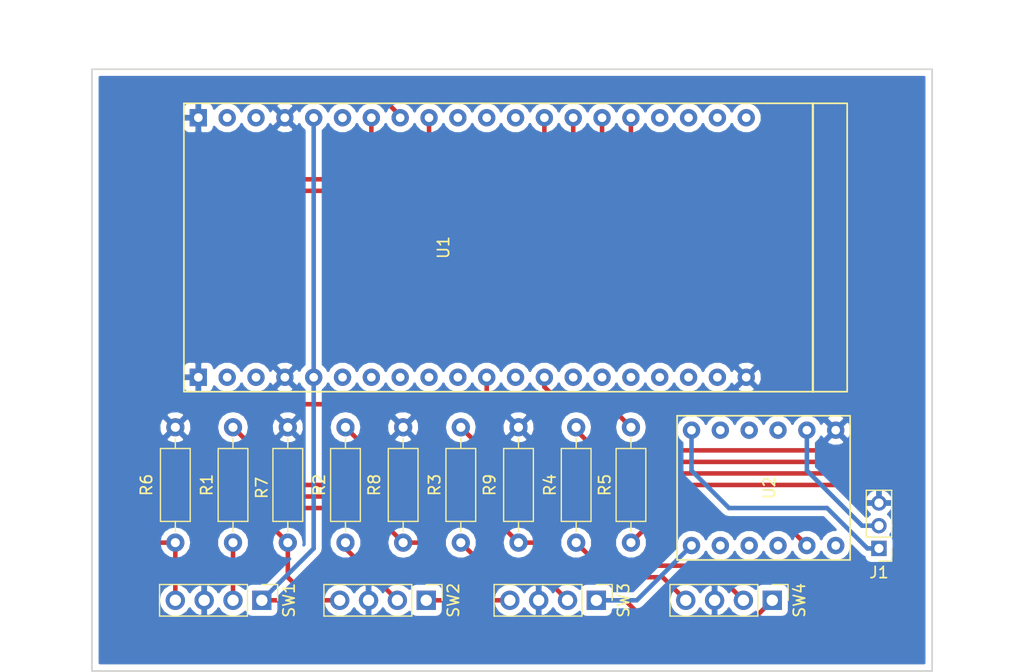
<source format=kicad_pcb>
(kicad_pcb (version 4) (host pcbnew 4.0.6)

  (general
    (links 40)
    (no_connects 0)
    (area 69.899999 59.899999 160.100001 119.100001)
    (thickness 1.6)
    (drawings 12)
    (tracks 120)
    (zones 0)
    (modules 16)
    (nets 50)
  )

  (page A4)
  (layers
    (0 F.Cu signal)
    (31 B.Cu signal)
    (32 B.Adhes user)
    (33 F.Adhes user)
    (34 B.Paste user)
    (35 F.Paste user)
    (36 B.SilkS user)
    (37 F.SilkS user)
    (38 B.Mask user)
    (39 F.Mask user)
    (40 Dwgs.User user)
    (41 Cmts.User user)
    (42 Eco1.User user)
    (43 Eco2.User user)
    (44 Edge.Cuts user)
    (45 Margin user)
    (46 B.CrtYd user)
    (47 F.CrtYd user)
    (48 B.Fab user)
    (49 F.Fab user)
  )

  (setup
    (last_trace_width 0.4)
    (trace_clearance 0.3)
    (zone_clearance 0.508)
    (zone_45_only yes)
    (trace_min 0.2)
    (segment_width 0.2)
    (edge_width 0.15)
    (via_size 0.6)
    (via_drill 0.4)
    (via_min_size 0.4)
    (via_min_drill 0.3)
    (uvia_size 0.3)
    (uvia_drill 0.1)
    (uvias_allowed no)
    (uvia_min_size 0.2)
    (uvia_min_drill 0.1)
    (pcb_text_width 0.3)
    (pcb_text_size 1.5 1.5)
    (mod_edge_width 0.15)
    (mod_text_size 1 1)
    (mod_text_width 0.15)
    (pad_size 1.524 1.524)
    (pad_drill 0.762)
    (pad_to_mask_clearance 0.2)
    (aux_axis_origin 0 0)
    (visible_elements FFFFFF7F)
    (pcbplotparams
      (layerselection 0x01830_80000001)
      (usegerberextensions false)
      (excludeedgelayer true)
      (linewidth 0.100000)
      (plotframeref false)
      (viasonmask false)
      (mode 1)
      (useauxorigin false)
      (hpglpennumber 1)
      (hpglpenspeed 20)
      (hpglpendiameter 15)
      (hpglpenoverlay 2)
      (psnegative false)
      (psa4output false)
      (plotreference true)
      (plotvalue true)
      (plotinvisibletext false)
      (padsonsilk false)
      (subtractmaskfromsilk false)
      (outputformat 1)
      (mirror false)
      (drillshape 0)
      (scaleselection 1)
      (outputdirectory /home/naopross/docs/sjf/mastermind/hw/plot/))
  )

  (net 0 "")
  (net 1 VCC)
  (net 2 "Net-(J1-Pad2)")
  (net 3 GND)
  (net 4 "Net-(R1-Pad1)")
  (net 5 /LED1)
  (net 6 "Net-(R2-Pad1)")
  (net 7 /LED2)
  (net 8 "Net-(R3-Pad1)")
  (net 9 /LED3)
  (net 10 "Net-(R4-Pad1)")
  (net 11 /LED4)
  (net 12 "Net-(R5-Pad1)")
  (net 13 "Net-(R5-Pad2)")
  (net 14 /SW1)
  (net 15 /SW2)
  (net 16 /SW3)
  (net 17 /SW4)
  (net 18 +3V3)
  (net 19 "Net-(U1-Pad2)")
  (net 20 "Net-(U1-Pad3)")
  (net 21 "Net-(U1-Pad6)")
  (net 22 "Net-(U1-Pad10)")
  (net 23 "Net-(U1-Pad11)")
  (net 24 "Net-(U1-Pad12)")
  (net 25 "Net-(U1-Pad17)")
  (net 26 "Net-(U1-Pad18)")
  (net 27 "Net-(U1-Pad19)")
  (net 28 "Net-(U1-Pad20)")
  (net 29 "Net-(U1-Pad22)")
  (net 30 "Net-(U1-Pad23)")
  (net 31 "Net-(U1-Pad24)")
  (net 32 "Net-(U1-Pad25)")
  (net 33 "Net-(U1-Pad26)")
  (net 34 "Net-(U1-Pad27)")
  (net 35 "Net-(U1-Pad29)")
  (net 36 "Net-(U1-Pad31)")
  (net 37 "Net-(U1-Pad32)")
  (net 38 "Net-(U1-Pad33)")
  (net 39 "Net-(U1-Pad34)")
  (net 40 "Net-(U1-Pad35)")
  (net 41 "Net-(U1-Pad38)")
  (net 42 "Net-(U1-Pad39)")
  (net 43 "Net-(U2-Pad2)")
  (net 44 "Net-(U2-Pad3)")
  (net 45 "Net-(U2-Pad4)")
  (net 46 "Net-(U2-Pad6)")
  (net 47 "Net-(U2-Pad9)")
  (net 48 "Net-(U2-Pad10)")
  (net 49 "Net-(U2-Pad11)")

  (net_class Default "This is the default net class."
    (clearance 0.3)
    (trace_width 0.4)
    (via_dia 0.6)
    (via_drill 0.4)
    (uvia_dia 0.3)
    (uvia_drill 0.1)
    (add_net +3V3)
    (add_net /LED1)
    (add_net /LED2)
    (add_net /LED3)
    (add_net /LED4)
    (add_net /SW1)
    (add_net /SW2)
    (add_net /SW3)
    (add_net /SW4)
    (add_net GND)
    (add_net "Net-(J1-Pad2)")
    (add_net "Net-(R1-Pad1)")
    (add_net "Net-(R2-Pad1)")
    (add_net "Net-(R3-Pad1)")
    (add_net "Net-(R4-Pad1)")
    (add_net "Net-(R5-Pad1)")
    (add_net "Net-(R5-Pad2)")
    (add_net "Net-(U1-Pad10)")
    (add_net "Net-(U1-Pad11)")
    (add_net "Net-(U1-Pad12)")
    (add_net "Net-(U1-Pad17)")
    (add_net "Net-(U1-Pad18)")
    (add_net "Net-(U1-Pad19)")
    (add_net "Net-(U1-Pad2)")
    (add_net "Net-(U1-Pad20)")
    (add_net "Net-(U1-Pad22)")
    (add_net "Net-(U1-Pad23)")
    (add_net "Net-(U1-Pad24)")
    (add_net "Net-(U1-Pad25)")
    (add_net "Net-(U1-Pad26)")
    (add_net "Net-(U1-Pad27)")
    (add_net "Net-(U1-Pad29)")
    (add_net "Net-(U1-Pad3)")
    (add_net "Net-(U1-Pad31)")
    (add_net "Net-(U1-Pad32)")
    (add_net "Net-(U1-Pad33)")
    (add_net "Net-(U1-Pad34)")
    (add_net "Net-(U1-Pad35)")
    (add_net "Net-(U1-Pad38)")
    (add_net "Net-(U1-Pad39)")
    (add_net "Net-(U1-Pad6)")
    (add_net "Net-(U2-Pad10)")
    (add_net "Net-(U2-Pad11)")
    (add_net "Net-(U2-Pad2)")
    (add_net "Net-(U2-Pad3)")
    (add_net "Net-(U2-Pad4)")
    (add_net "Net-(U2-Pad6)")
    (add_net "Net-(U2-Pad9)")
    (add_net VCC)
  )

  (module Pin_Headers:Pin_Header_Straight_1x03_Pitch2.00mm (layer F.Cu) (tedit 59B79EBD) (tstamp 59B79237)
    (at 147.32 108.204 180)
    (descr "Through hole straight pin header, 1x03, 2.00mm pitch, single row")
    (tags "Through hole pin header THT 1x03 2.00mm single row")
    (path /59B6A0D5)
    (fp_text reference J1 (at 0 -2.12 180) (layer F.SilkS)
      (effects (font (size 1 1) (thickness 0.15)))
    )
    (fp_text value CONN_01X03 (at -2.54 2.54 270) (layer F.Fab)
      (effects (font (size 1 1) (thickness 0.15)))
    )
    (fp_line (start -1 -1) (end -1 5) (layer F.Fab) (width 0.1))
    (fp_line (start -1 5) (end 1 5) (layer F.Fab) (width 0.1))
    (fp_line (start 1 5) (end 1 -1) (layer F.Fab) (width 0.1))
    (fp_line (start 1 -1) (end -1 -1) (layer F.Fab) (width 0.1))
    (fp_line (start -1.12 1) (end -1.12 5.12) (layer F.SilkS) (width 0.12))
    (fp_line (start -1.12 5.12) (end 1.12 5.12) (layer F.SilkS) (width 0.12))
    (fp_line (start 1.12 5.12) (end 1.12 1) (layer F.SilkS) (width 0.12))
    (fp_line (start 1.12 1) (end -1.12 1) (layer F.SilkS) (width 0.12))
    (fp_line (start -1.12 0) (end -1.12 -1.12) (layer F.SilkS) (width 0.12))
    (fp_line (start -1.12 -1.12) (end 0 -1.12) (layer F.SilkS) (width 0.12))
    (fp_line (start -1.3 -1.3) (end -1.3 5.3) (layer F.CrtYd) (width 0.05))
    (fp_line (start -1.3 5.3) (end 1.3 5.3) (layer F.CrtYd) (width 0.05))
    (fp_line (start 1.3 5.3) (end 1.3 -1.3) (layer F.CrtYd) (width 0.05))
    (fp_line (start 1.3 -1.3) (end -1.3 -1.3) (layer F.CrtYd) (width 0.05))
    (pad 1 thru_hole rect (at 0 0 180) (size 1.35 1.35) (drill 0.8) (layers *.Cu *.Mask)
      (net 1 VCC))
    (pad 2 thru_hole oval (at 0 2 180) (size 1.35 1.35) (drill 0.8) (layers *.Cu *.Mask)
      (net 2 "Net-(J1-Pad2)"))
    (pad 3 thru_hole oval (at 0 4 180) (size 1.35 1.35) (drill 0.8) (layers *.Cu *.Mask)
      (net 3 GND))
    (model Pin_Headers.3dshapes/Pin_Header_Straight_1x03_Pitch2.00mm.wrl
      (at (xyz 0 0 0))
      (scale (xyz 1 1 1))
      (rotate (xyz 0 0 0))
    )
  )

  (module Resistors_THT:R_Axial_DIN0207_L6.3mm_D2.5mm_P10.16mm_Horizontal (layer F.Cu) (tedit 59B79436) (tstamp 59B7924D)
    (at 90.424 107.696 90)
    (descr "Resistor, Axial_DIN0207 series, Axial, Horizontal, pin pitch=10.16mm, 0.25W = 1/4W, length*diameter=6.3*2.5mm^2, http://cdn-reichelt.de/documents/datenblatt/B400/1_4W%23YAG.pdf")
    (tags "Resistor Axial_DIN0207 series Axial Horizontal pin pitch 10.16mm 0.25W = 1/4W length 6.3mm diameter 2.5mm")
    (path /59B65703)
    (fp_text reference R1 (at 5.08 -2.31 90) (layer F.SilkS)
      (effects (font (size 1 1) (thickness 0.15)))
    )
    (fp_text value 220 (at 5.08 0 90) (layer F.Fab)
      (effects (font (size 1 1) (thickness 0.15)))
    )
    (fp_line (start 1.93 -1.25) (end 1.93 1.25) (layer F.Fab) (width 0.1))
    (fp_line (start 1.93 1.25) (end 8.23 1.25) (layer F.Fab) (width 0.1))
    (fp_line (start 8.23 1.25) (end 8.23 -1.25) (layer F.Fab) (width 0.1))
    (fp_line (start 8.23 -1.25) (end 1.93 -1.25) (layer F.Fab) (width 0.1))
    (fp_line (start 0 0) (end 1.93 0) (layer F.Fab) (width 0.1))
    (fp_line (start 10.16 0) (end 8.23 0) (layer F.Fab) (width 0.1))
    (fp_line (start 1.87 -1.31) (end 1.87 1.31) (layer F.SilkS) (width 0.12))
    (fp_line (start 1.87 1.31) (end 8.29 1.31) (layer F.SilkS) (width 0.12))
    (fp_line (start 8.29 1.31) (end 8.29 -1.31) (layer F.SilkS) (width 0.12))
    (fp_line (start 8.29 -1.31) (end 1.87 -1.31) (layer F.SilkS) (width 0.12))
    (fp_line (start 0.98 0) (end 1.87 0) (layer F.SilkS) (width 0.12))
    (fp_line (start 9.18 0) (end 8.29 0) (layer F.SilkS) (width 0.12))
    (fp_line (start -1.05 -1.6) (end -1.05 1.6) (layer F.CrtYd) (width 0.05))
    (fp_line (start -1.05 1.6) (end 11.25 1.6) (layer F.CrtYd) (width 0.05))
    (fp_line (start 11.25 1.6) (end 11.25 -1.6) (layer F.CrtYd) (width 0.05))
    (fp_line (start 11.25 -1.6) (end -1.05 -1.6) (layer F.CrtYd) (width 0.05))
    (pad 1 thru_hole circle (at 0 0 90) (size 1.6 1.6) (drill 0.8) (layers *.Cu *.Mask)
      (net 4 "Net-(R1-Pad1)"))
    (pad 2 thru_hole oval (at 10.16 0 90) (size 1.6 1.6) (drill 0.8) (layers *.Cu *.Mask)
      (net 5 /LED1))
    (model Resistors_THT.3dshapes/R_Axial_DIN0207_L6.3mm_D2.5mm_P10.16mm_Horizontal.wrl
      (at (xyz 0 0 0))
      (scale (xyz 0.393701 0.393701 0.393701))
      (rotate (xyz 0 0 0))
    )
  )

  (module Resistors_THT:R_Axial_DIN0207_L6.3mm_D2.5mm_P10.16mm_Horizontal (layer F.Cu) (tedit 59B793DC) (tstamp 59B79263)
    (at 100.33 107.696 90)
    (descr "Resistor, Axial_DIN0207 series, Axial, Horizontal, pin pitch=10.16mm, 0.25W = 1/4W, length*diameter=6.3*2.5mm^2, http://cdn-reichelt.de/documents/datenblatt/B400/1_4W%23YAG.pdf")
    (tags "Resistor Axial_DIN0207 series Axial Horizontal pin pitch 10.16mm 0.25W = 1/4W length 6.3mm diameter 2.5mm")
    (path /59B65655)
    (fp_text reference R2 (at 5.08 -2.31 90) (layer F.SilkS)
      (effects (font (size 1 1) (thickness 0.15)))
    )
    (fp_text value 220 (at 5.08 0 90) (layer F.Fab)
      (effects (font (size 1 1) (thickness 0.15)))
    )
    (fp_line (start 1.93 -1.25) (end 1.93 1.25) (layer F.Fab) (width 0.1))
    (fp_line (start 1.93 1.25) (end 8.23 1.25) (layer F.Fab) (width 0.1))
    (fp_line (start 8.23 1.25) (end 8.23 -1.25) (layer F.Fab) (width 0.1))
    (fp_line (start 8.23 -1.25) (end 1.93 -1.25) (layer F.Fab) (width 0.1))
    (fp_line (start 0 0) (end 1.93 0) (layer F.Fab) (width 0.1))
    (fp_line (start 10.16 0) (end 8.23 0) (layer F.Fab) (width 0.1))
    (fp_line (start 1.87 -1.31) (end 1.87 1.31) (layer F.SilkS) (width 0.12))
    (fp_line (start 1.87 1.31) (end 8.29 1.31) (layer F.SilkS) (width 0.12))
    (fp_line (start 8.29 1.31) (end 8.29 -1.31) (layer F.SilkS) (width 0.12))
    (fp_line (start 8.29 -1.31) (end 1.87 -1.31) (layer F.SilkS) (width 0.12))
    (fp_line (start 0.98 0) (end 1.87 0) (layer F.SilkS) (width 0.12))
    (fp_line (start 9.18 0) (end 8.29 0) (layer F.SilkS) (width 0.12))
    (fp_line (start -1.05 -1.6) (end -1.05 1.6) (layer F.CrtYd) (width 0.05))
    (fp_line (start -1.05 1.6) (end 11.25 1.6) (layer F.CrtYd) (width 0.05))
    (fp_line (start 11.25 1.6) (end 11.25 -1.6) (layer F.CrtYd) (width 0.05))
    (fp_line (start 11.25 -1.6) (end -1.05 -1.6) (layer F.CrtYd) (width 0.05))
    (pad 1 thru_hole circle (at 0 0 90) (size 1.6 1.6) (drill 0.8) (layers *.Cu *.Mask)
      (net 6 "Net-(R2-Pad1)"))
    (pad 2 thru_hole oval (at 10.16 0 90) (size 1.6 1.6) (drill 0.8) (layers *.Cu *.Mask)
      (net 7 /LED2))
    (model Resistors_THT.3dshapes/R_Axial_DIN0207_L6.3mm_D2.5mm_P10.16mm_Horizontal.wrl
      (at (xyz 0 0 0))
      (scale (xyz 0.393701 0.393701 0.393701))
      (rotate (xyz 0 0 0))
    )
  )

  (module Resistors_THT:R_Axial_DIN0207_L6.3mm_D2.5mm_P10.16mm_Horizontal (layer F.Cu) (tedit 59B792E9) (tstamp 59B79279)
    (at 110.49 107.696 90)
    (descr "Resistor, Axial_DIN0207 series, Axial, Horizontal, pin pitch=10.16mm, 0.25W = 1/4W, length*diameter=6.3*2.5mm^2, http://cdn-reichelt.de/documents/datenblatt/B400/1_4W%23YAG.pdf")
    (tags "Resistor Axial_DIN0207 series Axial Horizontal pin pitch 10.16mm 0.25W = 1/4W length 6.3mm diameter 2.5mm")
    (path /59B655DE)
    (fp_text reference R3 (at 5.08 -2.31 90) (layer F.SilkS)
      (effects (font (size 1 1) (thickness 0.15)))
    )
    (fp_text value 220 (at 5.08 0 90) (layer F.Fab)
      (effects (font (size 1 1) (thickness 0.15)))
    )
    (fp_line (start 1.93 -1.25) (end 1.93 1.25) (layer F.Fab) (width 0.1))
    (fp_line (start 1.93 1.25) (end 8.23 1.25) (layer F.Fab) (width 0.1))
    (fp_line (start 8.23 1.25) (end 8.23 -1.25) (layer F.Fab) (width 0.1))
    (fp_line (start 8.23 -1.25) (end 1.93 -1.25) (layer F.Fab) (width 0.1))
    (fp_line (start 0 0) (end 1.93 0) (layer F.Fab) (width 0.1))
    (fp_line (start 10.16 0) (end 8.23 0) (layer F.Fab) (width 0.1))
    (fp_line (start 1.87 -1.31) (end 1.87 1.31) (layer F.SilkS) (width 0.12))
    (fp_line (start 1.87 1.31) (end 8.29 1.31) (layer F.SilkS) (width 0.12))
    (fp_line (start 8.29 1.31) (end 8.29 -1.31) (layer F.SilkS) (width 0.12))
    (fp_line (start 8.29 -1.31) (end 1.87 -1.31) (layer F.SilkS) (width 0.12))
    (fp_line (start 0.98 0) (end 1.87 0) (layer F.SilkS) (width 0.12))
    (fp_line (start 9.18 0) (end 8.29 0) (layer F.SilkS) (width 0.12))
    (fp_line (start -1.05 -1.6) (end -1.05 1.6) (layer F.CrtYd) (width 0.05))
    (fp_line (start -1.05 1.6) (end 11.25 1.6) (layer F.CrtYd) (width 0.05))
    (fp_line (start 11.25 1.6) (end 11.25 -1.6) (layer F.CrtYd) (width 0.05))
    (fp_line (start 11.25 -1.6) (end -1.05 -1.6) (layer F.CrtYd) (width 0.05))
    (pad 1 thru_hole circle (at 0 0 90) (size 1.6 1.6) (drill 0.8) (layers *.Cu *.Mask)
      (net 8 "Net-(R3-Pad1)"))
    (pad 2 thru_hole oval (at 10.16 0 90) (size 1.6 1.6) (drill 0.8) (layers *.Cu *.Mask)
      (net 9 /LED3))
    (model Resistors_THT.3dshapes/R_Axial_DIN0207_L6.3mm_D2.5mm_P10.16mm_Horizontal.wrl
      (at (xyz 0 0 0))
      (scale (xyz 0.393701 0.393701 0.393701))
      (rotate (xyz 0 0 0))
    )
  )

  (module Resistors_THT:R_Axial_DIN0207_L6.3mm_D2.5mm_P10.16mm_Horizontal (layer F.Cu) (tedit 59B792E3) (tstamp 59B7928F)
    (at 120.65 107.696 90)
    (descr "Resistor, Axial_DIN0207 series, Axial, Horizontal, pin pitch=10.16mm, 0.25W = 1/4W, length*diameter=6.3*2.5mm^2, http://cdn-reichelt.de/documents/datenblatt/B400/1_4W%23YAG.pdf")
    (tags "Resistor Axial_DIN0207 series Axial Horizontal pin pitch 10.16mm 0.25W = 1/4W length 6.3mm diameter 2.5mm")
    (path /59B67831)
    (fp_text reference R4 (at 5.08 -2.31 90) (layer F.SilkS)
      (effects (font (size 1 1) (thickness 0.15)))
    )
    (fp_text value 220 (at 5.08 0 90) (layer F.Fab)
      (effects (font (size 1 1) (thickness 0.15)))
    )
    (fp_line (start 1.93 -1.25) (end 1.93 1.25) (layer F.Fab) (width 0.1))
    (fp_line (start 1.93 1.25) (end 8.23 1.25) (layer F.Fab) (width 0.1))
    (fp_line (start 8.23 1.25) (end 8.23 -1.25) (layer F.Fab) (width 0.1))
    (fp_line (start 8.23 -1.25) (end 1.93 -1.25) (layer F.Fab) (width 0.1))
    (fp_line (start 0 0) (end 1.93 0) (layer F.Fab) (width 0.1))
    (fp_line (start 10.16 0) (end 8.23 0) (layer F.Fab) (width 0.1))
    (fp_line (start 1.87 -1.31) (end 1.87 1.31) (layer F.SilkS) (width 0.12))
    (fp_line (start 1.87 1.31) (end 8.29 1.31) (layer F.SilkS) (width 0.12))
    (fp_line (start 8.29 1.31) (end 8.29 -1.31) (layer F.SilkS) (width 0.12))
    (fp_line (start 8.29 -1.31) (end 1.87 -1.31) (layer F.SilkS) (width 0.12))
    (fp_line (start 0.98 0) (end 1.87 0) (layer F.SilkS) (width 0.12))
    (fp_line (start 9.18 0) (end 8.29 0) (layer F.SilkS) (width 0.12))
    (fp_line (start -1.05 -1.6) (end -1.05 1.6) (layer F.CrtYd) (width 0.05))
    (fp_line (start -1.05 1.6) (end 11.25 1.6) (layer F.CrtYd) (width 0.05))
    (fp_line (start 11.25 1.6) (end 11.25 -1.6) (layer F.CrtYd) (width 0.05))
    (fp_line (start 11.25 -1.6) (end -1.05 -1.6) (layer F.CrtYd) (width 0.05))
    (pad 1 thru_hole circle (at 0 0 90) (size 1.6 1.6) (drill 0.8) (layers *.Cu *.Mask)
      (net 10 "Net-(R4-Pad1)"))
    (pad 2 thru_hole oval (at 10.16 0 90) (size 1.6 1.6) (drill 0.8) (layers *.Cu *.Mask)
      (net 11 /LED4))
    (model Resistors_THT.3dshapes/R_Axial_DIN0207_L6.3mm_D2.5mm_P10.16mm_Horizontal.wrl
      (at (xyz 0 0 0))
      (scale (xyz 0.393701 0.393701 0.393701))
      (rotate (xyz 0 0 0))
    )
  )

  (module Resistors_THT:R_Axial_DIN0207_L6.3mm_D2.5mm_P10.16mm_Horizontal (layer F.Cu) (tedit 59B792E0) (tstamp 59B792A5)
    (at 125.476 107.696 90)
    (descr "Resistor, Axial_DIN0207 series, Axial, Horizontal, pin pitch=10.16mm, 0.25W = 1/4W, length*diameter=6.3*2.5mm^2, http://cdn-reichelt.de/documents/datenblatt/B400/1_4W%23YAG.pdf")
    (tags "Resistor Axial_DIN0207 series Axial Horizontal pin pitch 10.16mm 0.25W = 1/4W length 6.3mm diameter 2.5mm")
    (path /59B65305)
    (fp_text reference R5 (at 5.08 -2.31 90) (layer F.SilkS)
      (effects (font (size 1 1) (thickness 0.15)))
    )
    (fp_text value R (at 5.08 0 90) (layer F.Fab)
      (effects (font (size 1 1) (thickness 0.15)))
    )
    (fp_line (start 1.93 -1.25) (end 1.93 1.25) (layer F.Fab) (width 0.1))
    (fp_line (start 1.93 1.25) (end 8.23 1.25) (layer F.Fab) (width 0.1))
    (fp_line (start 8.23 1.25) (end 8.23 -1.25) (layer F.Fab) (width 0.1))
    (fp_line (start 8.23 -1.25) (end 1.93 -1.25) (layer F.Fab) (width 0.1))
    (fp_line (start 0 0) (end 1.93 0) (layer F.Fab) (width 0.1))
    (fp_line (start 10.16 0) (end 8.23 0) (layer F.Fab) (width 0.1))
    (fp_line (start 1.87 -1.31) (end 1.87 1.31) (layer F.SilkS) (width 0.12))
    (fp_line (start 1.87 1.31) (end 8.29 1.31) (layer F.SilkS) (width 0.12))
    (fp_line (start 8.29 1.31) (end 8.29 -1.31) (layer F.SilkS) (width 0.12))
    (fp_line (start 8.29 -1.31) (end 1.87 -1.31) (layer F.SilkS) (width 0.12))
    (fp_line (start 0.98 0) (end 1.87 0) (layer F.SilkS) (width 0.12))
    (fp_line (start 9.18 0) (end 8.29 0) (layer F.SilkS) (width 0.12))
    (fp_line (start -1.05 -1.6) (end -1.05 1.6) (layer F.CrtYd) (width 0.05))
    (fp_line (start -1.05 1.6) (end 11.25 1.6) (layer F.CrtYd) (width 0.05))
    (fp_line (start 11.25 1.6) (end 11.25 -1.6) (layer F.CrtYd) (width 0.05))
    (fp_line (start 11.25 -1.6) (end -1.05 -1.6) (layer F.CrtYd) (width 0.05))
    (pad 1 thru_hole circle (at 0 0 90) (size 1.6 1.6) (drill 0.8) (layers *.Cu *.Mask)
      (net 12 "Net-(R5-Pad1)"))
    (pad 2 thru_hole oval (at 10.16 0 90) (size 1.6 1.6) (drill 0.8) (layers *.Cu *.Mask)
      (net 13 "Net-(R5-Pad2)"))
    (model Resistors_THT.3dshapes/R_Axial_DIN0207_L6.3mm_D2.5mm_P10.16mm_Horizontal.wrl
      (at (xyz 0 0 0))
      (scale (xyz 0.393701 0.393701 0.393701))
      (rotate (xyz 0 0 0))
    )
  )

  (module Resistors_THT:R_Axial_DIN0207_L6.3mm_D2.5mm_P10.16mm_Horizontal (layer F.Cu) (tedit 59B79446) (tstamp 59B792BB)
    (at 85.344 97.536 270)
    (descr "Resistor, Axial_DIN0207 series, Axial, Horizontal, pin pitch=10.16mm, 0.25W = 1/4W, length*diameter=6.3*2.5mm^2, http://cdn-reichelt.de/documents/datenblatt/B400/1_4W%23YAG.pdf")
    (tags "Resistor Axial_DIN0207 series Axial Horizontal pin pitch 10.16mm 0.25W = 1/4W length 6.3mm diameter 2.5mm")
    (path /59B68893)
    (fp_text reference R6 (at 5.08 2.54 270) (layer F.SilkS)
      (effects (font (size 1 1) (thickness 0.15)))
    )
    (fp_text value 10k (at 5.08 0 270) (layer F.Fab)
      (effects (font (size 1 1) (thickness 0.15)))
    )
    (fp_line (start 1.93 -1.25) (end 1.93 1.25) (layer F.Fab) (width 0.1))
    (fp_line (start 1.93 1.25) (end 8.23 1.25) (layer F.Fab) (width 0.1))
    (fp_line (start 8.23 1.25) (end 8.23 -1.25) (layer F.Fab) (width 0.1))
    (fp_line (start 8.23 -1.25) (end 1.93 -1.25) (layer F.Fab) (width 0.1))
    (fp_line (start 0 0) (end 1.93 0) (layer F.Fab) (width 0.1))
    (fp_line (start 10.16 0) (end 8.23 0) (layer F.Fab) (width 0.1))
    (fp_line (start 1.87 -1.31) (end 1.87 1.31) (layer F.SilkS) (width 0.12))
    (fp_line (start 1.87 1.31) (end 8.29 1.31) (layer F.SilkS) (width 0.12))
    (fp_line (start 8.29 1.31) (end 8.29 -1.31) (layer F.SilkS) (width 0.12))
    (fp_line (start 8.29 -1.31) (end 1.87 -1.31) (layer F.SilkS) (width 0.12))
    (fp_line (start 0.98 0) (end 1.87 0) (layer F.SilkS) (width 0.12))
    (fp_line (start 9.18 0) (end 8.29 0) (layer F.SilkS) (width 0.12))
    (fp_line (start -1.05 -1.6) (end -1.05 1.6) (layer F.CrtYd) (width 0.05))
    (fp_line (start -1.05 1.6) (end 11.25 1.6) (layer F.CrtYd) (width 0.05))
    (fp_line (start 11.25 1.6) (end 11.25 -1.6) (layer F.CrtYd) (width 0.05))
    (fp_line (start 11.25 -1.6) (end -1.05 -1.6) (layer F.CrtYd) (width 0.05))
    (pad 1 thru_hole circle (at 0 0 270) (size 1.6 1.6) (drill 0.8) (layers *.Cu *.Mask)
      (net 3 GND))
    (pad 2 thru_hole oval (at 10.16 0 270) (size 1.6 1.6) (drill 0.8) (layers *.Cu *.Mask)
      (net 14 /SW1))
    (model Resistors_THT.3dshapes/R_Axial_DIN0207_L6.3mm_D2.5mm_P10.16mm_Horizontal.wrl
      (at (xyz 0 0 0))
      (scale (xyz 0.393701 0.393701 0.393701))
      (rotate (xyz 0 0 0))
    )
  )

  (module Resistors_THT:R_Axial_DIN0207_L6.3mm_D2.5mm_P10.16mm_Horizontal (layer F.Cu) (tedit 59B7978A) (tstamp 59B792D1)
    (at 95.25 97.536 270)
    (descr "Resistor, Axial_DIN0207 series, Axial, Horizontal, pin pitch=10.16mm, 0.25W = 1/4W, length*diameter=6.3*2.5mm^2, http://cdn-reichelt.de/documents/datenblatt/B400/1_4W%23YAG.pdf")
    (tags "Resistor Axial_DIN0207 series Axial Horizontal pin pitch 10.16mm 0.25W = 1/4W length 6.3mm diameter 2.5mm")
    (path /59B691B4)
    (fp_text reference R7 (at 5.334 2.286 270) (layer F.SilkS)
      (effects (font (size 1 1) (thickness 0.15)))
    )
    (fp_text value 10k (at 5.08 0 270) (layer F.Fab)
      (effects (font (size 1 1) (thickness 0.15)))
    )
    (fp_line (start 1.93 -1.25) (end 1.93 1.25) (layer F.Fab) (width 0.1))
    (fp_line (start 1.93 1.25) (end 8.23 1.25) (layer F.Fab) (width 0.1))
    (fp_line (start 8.23 1.25) (end 8.23 -1.25) (layer F.Fab) (width 0.1))
    (fp_line (start 8.23 -1.25) (end 1.93 -1.25) (layer F.Fab) (width 0.1))
    (fp_line (start 0 0) (end 1.93 0) (layer F.Fab) (width 0.1))
    (fp_line (start 10.16 0) (end 8.23 0) (layer F.Fab) (width 0.1))
    (fp_line (start 1.87 -1.31) (end 1.87 1.31) (layer F.SilkS) (width 0.12))
    (fp_line (start 1.87 1.31) (end 8.29 1.31) (layer F.SilkS) (width 0.12))
    (fp_line (start 8.29 1.31) (end 8.29 -1.31) (layer F.SilkS) (width 0.12))
    (fp_line (start 8.29 -1.31) (end 1.87 -1.31) (layer F.SilkS) (width 0.12))
    (fp_line (start 0.98 0) (end 1.87 0) (layer F.SilkS) (width 0.12))
    (fp_line (start 9.18 0) (end 8.29 0) (layer F.SilkS) (width 0.12))
    (fp_line (start -1.05 -1.6) (end -1.05 1.6) (layer F.CrtYd) (width 0.05))
    (fp_line (start -1.05 1.6) (end 11.25 1.6) (layer F.CrtYd) (width 0.05))
    (fp_line (start 11.25 1.6) (end 11.25 -1.6) (layer F.CrtYd) (width 0.05))
    (fp_line (start 11.25 -1.6) (end -1.05 -1.6) (layer F.CrtYd) (width 0.05))
    (pad 1 thru_hole circle (at 0 0 270) (size 1.6 1.6) (drill 0.8) (layers *.Cu *.Mask)
      (net 3 GND))
    (pad 2 thru_hole oval (at 10.16 0 270) (size 1.6 1.6) (drill 0.8) (layers *.Cu *.Mask)
      (net 15 /SW2))
    (model Resistors_THT.3dshapes/R_Axial_DIN0207_L6.3mm_D2.5mm_P10.16mm_Horizontal.wrl
      (at (xyz 0 0 0))
      (scale (xyz 0.393701 0.393701 0.393701))
      (rotate (xyz 0 0 0))
    )
  )

  (module Resistors_THT:R_Axial_DIN0207_L6.3mm_D2.5mm_P10.16mm_Horizontal (layer F.Cu) (tedit 59B792F7) (tstamp 59B792E7)
    (at 105.41 97.536 270)
    (descr "Resistor, Axial_DIN0207 series, Axial, Horizontal, pin pitch=10.16mm, 0.25W = 1/4W, length*diameter=6.3*2.5mm^2, http://cdn-reichelt.de/documents/datenblatt/B400/1_4W%23YAG.pdf")
    (tags "Resistor Axial_DIN0207 series Axial Horizontal pin pitch 10.16mm 0.25W = 1/4W length 6.3mm diameter 2.5mm")
    (path /59B69278)
    (fp_text reference R8 (at 5.08 2.54 270) (layer F.SilkS)
      (effects (font (size 1 1) (thickness 0.15)))
    )
    (fp_text value 10k (at 5.08 0 270) (layer F.Fab)
      (effects (font (size 1 1) (thickness 0.15)))
    )
    (fp_line (start 1.93 -1.25) (end 1.93 1.25) (layer F.Fab) (width 0.1))
    (fp_line (start 1.93 1.25) (end 8.23 1.25) (layer F.Fab) (width 0.1))
    (fp_line (start 8.23 1.25) (end 8.23 -1.25) (layer F.Fab) (width 0.1))
    (fp_line (start 8.23 -1.25) (end 1.93 -1.25) (layer F.Fab) (width 0.1))
    (fp_line (start 0 0) (end 1.93 0) (layer F.Fab) (width 0.1))
    (fp_line (start 10.16 0) (end 8.23 0) (layer F.Fab) (width 0.1))
    (fp_line (start 1.87 -1.31) (end 1.87 1.31) (layer F.SilkS) (width 0.12))
    (fp_line (start 1.87 1.31) (end 8.29 1.31) (layer F.SilkS) (width 0.12))
    (fp_line (start 8.29 1.31) (end 8.29 -1.31) (layer F.SilkS) (width 0.12))
    (fp_line (start 8.29 -1.31) (end 1.87 -1.31) (layer F.SilkS) (width 0.12))
    (fp_line (start 0.98 0) (end 1.87 0) (layer F.SilkS) (width 0.12))
    (fp_line (start 9.18 0) (end 8.29 0) (layer F.SilkS) (width 0.12))
    (fp_line (start -1.05 -1.6) (end -1.05 1.6) (layer F.CrtYd) (width 0.05))
    (fp_line (start -1.05 1.6) (end 11.25 1.6) (layer F.CrtYd) (width 0.05))
    (fp_line (start 11.25 1.6) (end 11.25 -1.6) (layer F.CrtYd) (width 0.05))
    (fp_line (start 11.25 -1.6) (end -1.05 -1.6) (layer F.CrtYd) (width 0.05))
    (pad 1 thru_hole circle (at 0 0 270) (size 1.6 1.6) (drill 0.8) (layers *.Cu *.Mask)
      (net 3 GND))
    (pad 2 thru_hole oval (at 10.16 0 270) (size 1.6 1.6) (drill 0.8) (layers *.Cu *.Mask)
      (net 16 /SW3))
    (model Resistors_THT.3dshapes/R_Axial_DIN0207_L6.3mm_D2.5mm_P10.16mm_Horizontal.wrl
      (at (xyz 0 0 0))
      (scale (xyz 0.393701 0.393701 0.393701))
      (rotate (xyz 0 0 0))
    )
  )

  (module Resistors_THT:R_Axial_DIN0207_L6.3mm_D2.5mm_P10.16mm_Horizontal (layer F.Cu) (tedit 59B79361) (tstamp 59B792FD)
    (at 115.57 97.536 270)
    (descr "Resistor, Axial_DIN0207 series, Axial, Horizontal, pin pitch=10.16mm, 0.25W = 1/4W, length*diameter=6.3*2.5mm^2, http://cdn-reichelt.de/documents/datenblatt/B400/1_4W%23YAG.pdf")
    (tags "Resistor Axial_DIN0207 series Axial Horizontal pin pitch 10.16mm 0.25W = 1/4W length 6.3mm diameter 2.5mm")
    (path /59B692E2)
    (fp_text reference R9 (at 5.08 2.54 270) (layer F.SilkS)
      (effects (font (size 1 1) (thickness 0.15)))
    )
    (fp_text value 10k (at 5.334 0 270) (layer F.Fab)
      (effects (font (size 1 1) (thickness 0.15)))
    )
    (fp_line (start 1.93 -1.25) (end 1.93 1.25) (layer F.Fab) (width 0.1))
    (fp_line (start 1.93 1.25) (end 8.23 1.25) (layer F.Fab) (width 0.1))
    (fp_line (start 8.23 1.25) (end 8.23 -1.25) (layer F.Fab) (width 0.1))
    (fp_line (start 8.23 -1.25) (end 1.93 -1.25) (layer F.Fab) (width 0.1))
    (fp_line (start 0 0) (end 1.93 0) (layer F.Fab) (width 0.1))
    (fp_line (start 10.16 0) (end 8.23 0) (layer F.Fab) (width 0.1))
    (fp_line (start 1.87 -1.31) (end 1.87 1.31) (layer F.SilkS) (width 0.12))
    (fp_line (start 1.87 1.31) (end 8.29 1.31) (layer F.SilkS) (width 0.12))
    (fp_line (start 8.29 1.31) (end 8.29 -1.31) (layer F.SilkS) (width 0.12))
    (fp_line (start 8.29 -1.31) (end 1.87 -1.31) (layer F.SilkS) (width 0.12))
    (fp_line (start 0.98 0) (end 1.87 0) (layer F.SilkS) (width 0.12))
    (fp_line (start 9.18 0) (end 8.29 0) (layer F.SilkS) (width 0.12))
    (fp_line (start -1.05 -1.6) (end -1.05 1.6) (layer F.CrtYd) (width 0.05))
    (fp_line (start -1.05 1.6) (end 11.25 1.6) (layer F.CrtYd) (width 0.05))
    (fp_line (start 11.25 1.6) (end 11.25 -1.6) (layer F.CrtYd) (width 0.05))
    (fp_line (start 11.25 -1.6) (end -1.05 -1.6) (layer F.CrtYd) (width 0.05))
    (pad 1 thru_hole circle (at 0 0 270) (size 1.6 1.6) (drill 0.8) (layers *.Cu *.Mask)
      (net 3 GND))
    (pad 2 thru_hole oval (at 10.16 0 270) (size 1.6 1.6) (drill 0.8) (layers *.Cu *.Mask)
      (net 17 /SW4))
    (model Resistors_THT.3dshapes/R_Axial_DIN0207_L6.3mm_D2.5mm_P10.16mm_Horizontal.wrl
      (at (xyz 0 0 0))
      (scale (xyz 0.393701 0.393701 0.393701))
      (rotate (xyz 0 0 0))
    )
  )

  (module Pin_Headers:Pin_Header_Straight_1x04_Pitch2.54mm (layer F.Cu) (tedit 59B798CB) (tstamp 59B79313)
    (at 92.964 112.776 270)
    (descr "Through hole straight pin header, 1x04, 2.54mm pitch, single row")
    (tags "Through hole pin header THT 1x04 2.54mm single row")
    (path /59B670AB)
    (fp_text reference SW1 (at 0 -2.39 270) (layer F.SilkS)
      (effects (font (size 1 1) (thickness 0.15)))
    )
    (fp_text value R13-529 (at 2.54 5.842 360) (layer F.Fab)
      (effects (font (size 1 1) (thickness 0.15)))
    )
    (fp_line (start -1.27 -1.27) (end -1.27 8.89) (layer F.Fab) (width 0.1))
    (fp_line (start -1.27 8.89) (end 1.27 8.89) (layer F.Fab) (width 0.1))
    (fp_line (start 1.27 8.89) (end 1.27 -1.27) (layer F.Fab) (width 0.1))
    (fp_line (start 1.27 -1.27) (end -1.27 -1.27) (layer F.Fab) (width 0.1))
    (fp_line (start -1.39 1.27) (end -1.39 9.01) (layer F.SilkS) (width 0.12))
    (fp_line (start -1.39 9.01) (end 1.39 9.01) (layer F.SilkS) (width 0.12))
    (fp_line (start 1.39 9.01) (end 1.39 1.27) (layer F.SilkS) (width 0.12))
    (fp_line (start 1.39 1.27) (end -1.39 1.27) (layer F.SilkS) (width 0.12))
    (fp_line (start -1.39 0) (end -1.39 -1.39) (layer F.SilkS) (width 0.12))
    (fp_line (start -1.39 -1.39) (end 0 -1.39) (layer F.SilkS) (width 0.12))
    (fp_line (start -1.6 -1.6) (end -1.6 9.2) (layer F.CrtYd) (width 0.05))
    (fp_line (start -1.6 9.2) (end 1.6 9.2) (layer F.CrtYd) (width 0.05))
    (fp_line (start 1.6 9.2) (end 1.6 -1.6) (layer F.CrtYd) (width 0.05))
    (fp_line (start 1.6 -1.6) (end -1.6 -1.6) (layer F.CrtYd) (width 0.05))
    (pad 1 thru_hole rect (at 0 0 270) (size 1.7 1.7) (drill 1) (layers *.Cu *.Mask)
      (net 18 +3V3))
    (pad 2 thru_hole oval (at 0 2.54 270) (size 1.7 1.7) (drill 1) (layers *.Cu *.Mask)
      (net 4 "Net-(R1-Pad1)"))
    (pad 3 thru_hole oval (at 0 5.08 270) (size 1.7 1.7) (drill 1) (layers *.Cu *.Mask)
      (net 3 GND))
    (pad 4 thru_hole oval (at 0 7.62 270) (size 1.7 1.7) (drill 1) (layers *.Cu *.Mask)
      (net 14 /SW1))
    (model Pin_Headers.3dshapes/Pin_Header_Straight_1x04_Pitch2.54mm.wrl
      (at (xyz 0 -0.15 0))
      (scale (xyz 1 1 1))
      (rotate (xyz 0 0 90))
    )
  )

  (module Pin_Headers:Pin_Header_Straight_1x04_Pitch2.54mm (layer F.Cu) (tedit 59B798CE) (tstamp 59B79329)
    (at 107.442 112.776 270)
    (descr "Through hole straight pin header, 1x04, 2.54mm pitch, single row")
    (tags "Through hole pin header THT 1x04 2.54mm single row")
    (path /59B67035)
    (fp_text reference SW2 (at 0 -2.39 270) (layer F.SilkS)
      (effects (font (size 1 1) (thickness 0.15)))
    )
    (fp_text value R13-529 (at 2.54 5.842 360) (layer F.Fab)
      (effects (font (size 1 1) (thickness 0.15)))
    )
    (fp_line (start -1.27 -1.27) (end -1.27 8.89) (layer F.Fab) (width 0.1))
    (fp_line (start -1.27 8.89) (end 1.27 8.89) (layer F.Fab) (width 0.1))
    (fp_line (start 1.27 8.89) (end 1.27 -1.27) (layer F.Fab) (width 0.1))
    (fp_line (start 1.27 -1.27) (end -1.27 -1.27) (layer F.Fab) (width 0.1))
    (fp_line (start -1.39 1.27) (end -1.39 9.01) (layer F.SilkS) (width 0.12))
    (fp_line (start -1.39 9.01) (end 1.39 9.01) (layer F.SilkS) (width 0.12))
    (fp_line (start 1.39 9.01) (end 1.39 1.27) (layer F.SilkS) (width 0.12))
    (fp_line (start 1.39 1.27) (end -1.39 1.27) (layer F.SilkS) (width 0.12))
    (fp_line (start -1.39 0) (end -1.39 -1.39) (layer F.SilkS) (width 0.12))
    (fp_line (start -1.39 -1.39) (end 0 -1.39) (layer F.SilkS) (width 0.12))
    (fp_line (start -1.6 -1.6) (end -1.6 9.2) (layer F.CrtYd) (width 0.05))
    (fp_line (start -1.6 9.2) (end 1.6 9.2) (layer F.CrtYd) (width 0.05))
    (fp_line (start 1.6 9.2) (end 1.6 -1.6) (layer F.CrtYd) (width 0.05))
    (fp_line (start 1.6 -1.6) (end -1.6 -1.6) (layer F.CrtYd) (width 0.05))
    (pad 1 thru_hole rect (at 0 0 270) (size 1.7 1.7) (drill 1) (layers *.Cu *.Mask)
      (net 18 +3V3))
    (pad 2 thru_hole oval (at 0 2.54 270) (size 1.7 1.7) (drill 1) (layers *.Cu *.Mask)
      (net 6 "Net-(R2-Pad1)"))
    (pad 3 thru_hole oval (at 0 5.08 270) (size 1.7 1.7) (drill 1) (layers *.Cu *.Mask)
      (net 3 GND))
    (pad 4 thru_hole oval (at 0 7.62 270) (size 1.7 1.7) (drill 1) (layers *.Cu *.Mask)
      (net 15 /SW2))
    (model Pin_Headers.3dshapes/Pin_Header_Straight_1x04_Pitch2.54mm.wrl
      (at (xyz 0 -0.15 0))
      (scale (xyz 1 1 1))
      (rotate (xyz 0 0 90))
    )
  )

  (module Pin_Headers:Pin_Header_Straight_1x04_Pitch2.54mm (layer F.Cu) (tedit 59B798E0) (tstamp 59B7933F)
    (at 122.428 112.776 270)
    (descr "Through hole straight pin header, 1x04, 2.54mm pitch, single row")
    (tags "Through hole pin header THT 1x04 2.54mm single row")
    (path /59B66F0B)
    (fp_text reference SW3 (at 0 -2.39 270) (layer F.SilkS)
      (effects (font (size 1 1) (thickness 0.15)))
    )
    (fp_text value R13-529 (at 2.54 5.842 360) (layer F.Fab)
      (effects (font (size 1 1) (thickness 0.15)))
    )
    (fp_line (start -1.27 -1.27) (end -1.27 8.89) (layer F.Fab) (width 0.1))
    (fp_line (start -1.27 8.89) (end 1.27 8.89) (layer F.Fab) (width 0.1))
    (fp_line (start 1.27 8.89) (end 1.27 -1.27) (layer F.Fab) (width 0.1))
    (fp_line (start 1.27 -1.27) (end -1.27 -1.27) (layer F.Fab) (width 0.1))
    (fp_line (start -1.39 1.27) (end -1.39 9.01) (layer F.SilkS) (width 0.12))
    (fp_line (start -1.39 9.01) (end 1.39 9.01) (layer F.SilkS) (width 0.12))
    (fp_line (start 1.39 9.01) (end 1.39 1.27) (layer F.SilkS) (width 0.12))
    (fp_line (start 1.39 1.27) (end -1.39 1.27) (layer F.SilkS) (width 0.12))
    (fp_line (start -1.39 0) (end -1.39 -1.39) (layer F.SilkS) (width 0.12))
    (fp_line (start -1.39 -1.39) (end 0 -1.39) (layer F.SilkS) (width 0.12))
    (fp_line (start -1.6 -1.6) (end -1.6 9.2) (layer F.CrtYd) (width 0.05))
    (fp_line (start -1.6 9.2) (end 1.6 9.2) (layer F.CrtYd) (width 0.05))
    (fp_line (start 1.6 9.2) (end 1.6 -1.6) (layer F.CrtYd) (width 0.05))
    (fp_line (start 1.6 -1.6) (end -1.6 -1.6) (layer F.CrtYd) (width 0.05))
    (pad 1 thru_hole rect (at 0 0 270) (size 1.7 1.7) (drill 1) (layers *.Cu *.Mask)
      (net 18 +3V3))
    (pad 2 thru_hole oval (at 0 2.54 270) (size 1.7 1.7) (drill 1) (layers *.Cu *.Mask)
      (net 8 "Net-(R3-Pad1)"))
    (pad 3 thru_hole oval (at 0 5.08 270) (size 1.7 1.7) (drill 1) (layers *.Cu *.Mask)
      (net 3 GND))
    (pad 4 thru_hole oval (at 0 7.62 270) (size 1.7 1.7) (drill 1) (layers *.Cu *.Mask)
      (net 16 /SW3))
    (model Pin_Headers.3dshapes/Pin_Header_Straight_1x04_Pitch2.54mm.wrl
      (at (xyz 0 -0.15 0))
      (scale (xyz 1 1 1))
      (rotate (xyz 0 0 90))
    )
  )

  (module Pin_Headers:Pin_Header_Straight_1x04_Pitch2.54mm (layer F.Cu) (tedit 59B798EB) (tstamp 59B79355)
    (at 137.922 112.776 270)
    (descr "Through hole straight pin header, 1x04, 2.54mm pitch, single row")
    (tags "Through hole pin header THT 1x04 2.54mm single row")
    (path /59B66614)
    (fp_text reference SW4 (at 0 -2.39 270) (layer F.SilkS)
      (effects (font (size 1 1) (thickness 0.15)))
    )
    (fp_text value R13-529 (at 2.54 5.842 360) (layer F.Fab)
      (effects (font (size 1 1) (thickness 0.15)))
    )
    (fp_line (start -1.27 -1.27) (end -1.27 8.89) (layer F.Fab) (width 0.1))
    (fp_line (start -1.27 8.89) (end 1.27 8.89) (layer F.Fab) (width 0.1))
    (fp_line (start 1.27 8.89) (end 1.27 -1.27) (layer F.Fab) (width 0.1))
    (fp_line (start 1.27 -1.27) (end -1.27 -1.27) (layer F.Fab) (width 0.1))
    (fp_line (start -1.39 1.27) (end -1.39 9.01) (layer F.SilkS) (width 0.12))
    (fp_line (start -1.39 9.01) (end 1.39 9.01) (layer F.SilkS) (width 0.12))
    (fp_line (start 1.39 9.01) (end 1.39 1.27) (layer F.SilkS) (width 0.12))
    (fp_line (start 1.39 1.27) (end -1.39 1.27) (layer F.SilkS) (width 0.12))
    (fp_line (start -1.39 0) (end -1.39 -1.39) (layer F.SilkS) (width 0.12))
    (fp_line (start -1.39 -1.39) (end 0 -1.39) (layer F.SilkS) (width 0.12))
    (fp_line (start -1.6 -1.6) (end -1.6 9.2) (layer F.CrtYd) (width 0.05))
    (fp_line (start -1.6 9.2) (end 1.6 9.2) (layer F.CrtYd) (width 0.05))
    (fp_line (start 1.6 9.2) (end 1.6 -1.6) (layer F.CrtYd) (width 0.05))
    (fp_line (start 1.6 -1.6) (end -1.6 -1.6) (layer F.CrtYd) (width 0.05))
    (pad 1 thru_hole rect (at 0 0 270) (size 1.7 1.7) (drill 1) (layers *.Cu *.Mask)
      (net 18 +3V3))
    (pad 2 thru_hole oval (at 0 2.54 270) (size 1.7 1.7) (drill 1) (layers *.Cu *.Mask)
      (net 10 "Net-(R4-Pad1)"))
    (pad 3 thru_hole oval (at 0 5.08 270) (size 1.7 1.7) (drill 1) (layers *.Cu *.Mask)
      (net 3 GND))
    (pad 4 thru_hole oval (at 0 7.62 270) (size 1.7 1.7) (drill 1) (layers *.Cu *.Mask)
      (net 17 /SW4))
    (model Pin_Headers.3dshapes/Pin_Header_Straight_1x04_Pitch2.54mm.wrl
      (at (xyz 0 -0.15 0))
      (scale (xyz 1 1 1))
      (rotate (xyz 0 0 90))
    )
  )

  (module sjf_mastermind:ESP32_THING (layer F.Cu) (tedit 59B7A1ED) (tstamp 59B79385)
    (at 86.1 81.7 270)
    (path /59B6510C)
    (fp_text reference U1 (at 0 -22.86 270) (layer F.SilkS)
      (effects (font (size 1 1) (thickness 0.15)))
    )
    (fp_text value ESP32_THING (at 0 -26.67 270) (layer F.Fab)
      (effects (font (size 1 1) (thickness 0.15)))
    )
    (fp_line (start 12.7 0) (end 12.7 -58.42) (layer F.SilkS) (width 0.15))
    (fp_line (start 12.7 -58.42) (end -12.7 -58.42) (layer F.SilkS) (width 0.15))
    (fp_line (start -12.7 -58.42) (end -12.7 0) (layer F.SilkS) (width 0.15))
    (fp_line (start -12.7 0) (end 12.7 0) (layer F.SilkS) (width 0.15))
    (pad 1 thru_hole rect (at -11.43 -1.27 270) (size 1.524 1.524) (drill 0.762) (layers *.Cu *.Mask)
      (net 3 GND))
    (pad 2 thru_hole circle (at -11.43 -3.81 270) (size 1.524 1.524) (drill 0.762) (layers *.Cu *.Mask)
      (net 19 "Net-(U1-Pad2)"))
    (pad 3 thru_hole circle (at -11.43 -6.35 270) (size 1.524 1.524) (drill 0.762) (layers *.Cu *.Mask)
      (net 20 "Net-(U1-Pad3)"))
    (pad 4 thru_hole circle (at -11.43 -8.89 270) (size 1.524 1.524) (drill 0.762) (layers *.Cu *.Mask)
      (net 3 GND))
    (pad 5 thru_hole circle (at -11.43 -11.43 270) (size 1.524 1.524) (drill 0.762) (layers *.Cu *.Mask)
      (net 18 +3V3))
    (pad 6 thru_hole circle (at -11.43 -13.97 270) (size 1.524 1.524) (drill 0.762) (layers *.Cu *.Mask)
      (net 21 "Net-(U1-Pad6)"))
    (pad 7 thru_hole circle (at -11.43 -16.51 270) (size 1.524 1.524) (drill 0.762) (layers *.Cu *.Mask)
      (net 15 /SW2))
    (pad 8 thru_hole circle (at -11.43 -19.05 270) (size 1.524 1.524) (drill 0.762) (layers *.Cu *.Mask)
      (net 14 /SW1))
    (pad 9 thru_hole circle (at -11.43 -21.59 270) (size 1.524 1.524) (drill 0.762) (layers *.Cu *.Mask)
      (net 16 /SW3))
    (pad 10 thru_hole circle (at -11.43 -24.13 270) (size 1.524 1.524) (drill 0.762) (layers *.Cu *.Mask)
      (net 22 "Net-(U1-Pad10)"))
    (pad 11 thru_hole circle (at -11.43 -26.67 270) (size 1.524 1.524) (drill 0.762) (layers *.Cu *.Mask)
      (net 23 "Net-(U1-Pad11)"))
    (pad 12 thru_hole circle (at -11.43 -29.21 270) (size 1.524 1.524) (drill 0.762) (layers *.Cu *.Mask)
      (net 24 "Net-(U1-Pad12)"))
    (pad 13 thru_hole circle (at -11.43 -31.75 270) (size 1.524 1.524) (drill 0.762) (layers *.Cu *.Mask)
      (net 11 /LED4))
    (pad 14 thru_hole circle (at -11.43 -34.29 270) (size 1.524 1.524) (drill 0.762) (layers *.Cu *.Mask)
      (net 9 /LED3))
    (pad 15 thru_hole circle (at -11.43 -36.83 270) (size 1.524 1.524) (drill 0.762) (layers *.Cu *.Mask)
      (net 7 /LED2))
    (pad 16 thru_hole circle (at -11.43 -39.37 270) (size 1.524 1.524) (drill 0.762) (layers *.Cu *.Mask)
      (net 5 /LED1))
    (pad 17 thru_hole circle (at -11.43 -41.91 270) (size 1.524 1.524) (drill 0.762) (layers *.Cu *.Mask)
      (net 25 "Net-(U1-Pad17)"))
    (pad 18 thru_hole circle (at -11.43 -44.45 270) (size 1.524 1.524) (drill 0.762) (layers *.Cu *.Mask)
      (net 26 "Net-(U1-Pad18)"))
    (pad 19 thru_hole circle (at -11.43 -46.99 270) (size 1.524 1.524) (drill 0.762) (layers *.Cu *.Mask)
      (net 27 "Net-(U1-Pad19)"))
    (pad 20 thru_hole circle (at -11.43 -49.53 270) (size 1.524 1.524) (drill 0.762) (layers *.Cu *.Mask)
      (net 28 "Net-(U1-Pad20)"))
    (pad 21 thru_hole circle (at 11.43 -49.53 270) (size 1.524 1.524) (drill 0.762) (layers *.Cu *.Mask)
      (net 3 GND))
    (pad 22 thru_hole circle (at 11.43 -46.99 270) (size 1.524 1.524) (drill 0.762) (layers *.Cu *.Mask)
      (net 29 "Net-(U1-Pad22)"))
    (pad 23 thru_hole circle (at 11.43 -44.45 270) (size 1.524 1.524) (drill 0.762) (layers *.Cu *.Mask)
      (net 30 "Net-(U1-Pad23)"))
    (pad 24 thru_hole circle (at 11.43 -41.91 270) (size 1.524 1.524) (drill 0.762) (layers *.Cu *.Mask)
      (net 31 "Net-(U1-Pad24)"))
    (pad 25 thru_hole circle (at 11.43 -39.37 270) (size 1.524 1.524) (drill 0.762) (layers *.Cu *.Mask)
      (net 32 "Net-(U1-Pad25)"))
    (pad 26 thru_hole circle (at 11.43 -36.83 270) (size 1.524 1.524) (drill 0.762) (layers *.Cu *.Mask)
      (net 33 "Net-(U1-Pad26)"))
    (pad 27 thru_hole circle (at 11.43 -34.29 270) (size 1.524 1.524) (drill 0.762) (layers *.Cu *.Mask)
      (net 34 "Net-(U1-Pad27)"))
    (pad 28 thru_hole circle (at 11.43 -31.75 270) (size 1.524 1.524) (drill 0.762) (layers *.Cu *.Mask)
      (net 13 "Net-(R5-Pad2)"))
    (pad 29 thru_hole circle (at 11.43 -29.21 270) (size 1.524 1.524) (drill 0.762) (layers *.Cu *.Mask)
      (net 35 "Net-(U1-Pad29)"))
    (pad 30 thru_hole circle (at 11.43 -26.67 270) (size 1.524 1.524) (drill 0.762) (layers *.Cu *.Mask)
      (net 17 /SW4))
    (pad 31 thru_hole circle (at 11.43 -24.13 270) (size 1.524 1.524) (drill 0.762) (layers *.Cu *.Mask)
      (net 36 "Net-(U1-Pad31)"))
    (pad 32 thru_hole circle (at 11.43 -21.59 270) (size 1.524 1.524) (drill 0.762) (layers *.Cu *.Mask)
      (net 37 "Net-(U1-Pad32)"))
    (pad 33 thru_hole circle (at 11.43 -19.05 270) (size 1.524 1.524) (drill 0.762) (layers *.Cu *.Mask)
      (net 38 "Net-(U1-Pad33)"))
    (pad 34 thru_hole circle (at 11.43 -16.51 270) (size 1.524 1.524) (drill 0.762) (layers *.Cu *.Mask)
      (net 39 "Net-(U1-Pad34)"))
    (pad 35 thru_hole circle (at 11.43 -13.97 270) (size 1.524 1.524) (drill 0.762) (layers *.Cu *.Mask)
      (net 40 "Net-(U1-Pad35)"))
    (pad 36 thru_hole circle (at 11.43 -11.43 270) (size 1.524 1.524) (drill 0.762) (layers *.Cu *.Mask)
      (net 18 +3V3))
    (pad 37 thru_hole circle (at 11.43 -8.89 270) (size 1.524 1.524) (drill 0.762) (layers *.Cu *.Mask)
      (net 3 GND))
    (pad 38 thru_hole circle (at 11.43 -6.35 270) (size 1.524 1.524) (drill 0.762) (layers *.Cu *.Mask)
      (net 41 "Net-(U1-Pad38)"))
    (pad 39 thru_hole circle (at 11.43 -3.81 270) (size 1.524 1.524) (drill 0.762) (layers *.Cu *.Mask)
      (net 42 "Net-(U1-Pad39)"))
    (pad 40 thru_hole rect (at 11.43 -1.27 270) (size 1.524 1.524) (drill 0.762) (layers *.Cu *.Mask)
      (net 3 GND))
  )

  (module sjf_mastermind:LevelShifter (layer F.Cu) (tedit 59B793C6) (tstamp 59B79399)
    (at 137.16 102.87 90)
    (path /59B660B8)
    (fp_text reference U2 (at 0 0.5 90) (layer F.SilkS)
      (effects (font (size 1 1) (thickness 0.15)))
    )
    (fp_text value LevelShifter (at 0.254 -8.89 90) (layer F.Fab)
      (effects (font (size 1 1) (thickness 0.15)))
    )
    (fp_line (start -6.35 -7.62) (end 6.35 -7.62) (layer F.SilkS) (width 0.15))
    (fp_line (start 6.35 -7.62) (end 6.35 7.62) (layer F.SilkS) (width 0.15))
    (fp_line (start 6.35 7.62) (end -6.35 7.62) (layer F.SilkS) (width 0.15))
    (fp_line (start -6.35 7.62) (end -6.35 -7.62) (layer F.SilkS) (width 0.15))
    (pad 1 thru_hole circle (at -5.08 -6.35 90) (size 1.524 1.524) (drill 0.762) (layers *.Cu *.Mask)
      (net 18 +3V3))
    (pad 2 thru_hole circle (at -5.08 -3.81 90) (size 1.524 1.524) (drill 0.762) (layers *.Cu *.Mask)
      (net 43 "Net-(U2-Pad2)"))
    (pad 3 thru_hole circle (at -5.08 -1.27 90) (size 1.524 1.524) (drill 0.762) (layers *.Cu *.Mask)
      (net 44 "Net-(U2-Pad3)"))
    (pad 4 thru_hole circle (at -5.08 1.27 90) (size 1.524 1.524) (drill 0.762) (layers *.Cu *.Mask)
      (net 45 "Net-(U2-Pad4)"))
    (pad 5 thru_hole circle (at -5.08 3.81 90) (size 1.524 1.524) (drill 0.762) (layers *.Cu *.Mask)
      (net 12 "Net-(R5-Pad1)"))
    (pad 6 thru_hole circle (at -5.08 6.35 90) (size 1.524 1.524) (drill 0.762) (layers *.Cu *.Mask)
      (net 46 "Net-(U2-Pad6)"))
    (pad 7 thru_hole circle (at 5.08 6.35 90) (size 1.524 1.524) (drill 0.762) (layers *.Cu *.Mask)
      (net 3 GND))
    (pad 8 thru_hole circle (at 5.08 3.81 90) (size 1.524 1.524) (drill 0.762) (layers *.Cu *.Mask)
      (net 2 "Net-(J1-Pad2)"))
    (pad 9 thru_hole circle (at 5.08 1.27 90) (size 1.524 1.524) (drill 0.762) (layers *.Cu *.Mask)
      (net 47 "Net-(U2-Pad9)"))
    (pad 10 thru_hole circle (at 5.08 -1.27 90) (size 1.524 1.524) (drill 0.762) (layers *.Cu *.Mask)
      (net 48 "Net-(U2-Pad10)"))
    (pad 11 thru_hole circle (at 5.08 -3.81 90) (size 1.524 1.524) (drill 0.762) (layers *.Cu *.Mask)
      (net 49 "Net-(U2-Pad11)"))
    (pad 12 thru_hole circle (at 5.08 -6.35 90) (size 1.524 1.524) (drill 0.762) (layers *.Cu *.Mask)
      (net 1 VCC))
  )

  (gr_line (start 141.5 94.4) (end 141.5 69) (angle 90) (layer F.SilkS) (width 0.2))
  (gr_line (start 152 66) (end 78 66) (angle 90) (layer Edge.Cuts) (width 0.15))
  (gr_line (start 152 119) (end 152 66) (angle 90) (layer Edge.Cuts) (width 0.15))
  (gr_line (start 78 119) (end 152 119) (angle 90) (layer Edge.Cuts) (width 0.15))
  (gr_line (start 78 66) (end 78 119) (angle 90) (layer Edge.Cuts) (width 0.15))
  (gr_line (start 144.5 94.4) (end 141.5 94.4) (angle 90) (layer Eco1.User) (width 0.2))
  (gr_line (start 144.5 69) (end 144.5 94.4) (angle 90) (layer Eco1.User) (width 0.2))
  (gr_line (start 141.5 69) (end 144.5 69) (angle 90) (layer Eco1.User) (width 0.2))
  (gr_line (start 160 60) (end 160 119) (angle 90) (layer Eco1.User) (width 0.2))
  (gr_line (start 70 60) (end 160 60) (angle 90) (layer Eco1.User) (width 0.2))
  (gr_line (start 70 119) (end 70 60) (angle 90) (layer Eco1.User) (width 0.2))
  (gr_line (start 160 119) (end 70 119) (angle 90) (layer Eco1.User) (width 0.2))

  (segment (start 130.81 97.79) (end 130.81 101.346) (width 0.4) (layer B.Cu) (net 1))
  (segment (start 146.304 108.204) (end 147.32 108.204) (width 0.4) (layer B.Cu) (net 1) (tstamp 59B7A0A6))
  (segment (start 142.748 104.648) (end 146.304 108.204) (width 0.4) (layer B.Cu) (net 1) (tstamp 59B7A0A4))
  (segment (start 134.112 104.648) (end 142.748 104.648) (width 0.4) (layer B.Cu) (net 1) (tstamp 59B7A0A0))
  (segment (start 130.81 101.346) (end 134.112 104.648) (width 0.4) (layer B.Cu) (net 1) (tstamp 59B7A09D))
  (segment (start 140.97 97.79) (end 140.97 101.346) (width 0.4) (layer B.Cu) (net 2))
  (segment (start 145.828 106.204) (end 147.32 106.204) (width 0.4) (layer B.Cu) (net 2) (tstamp 59B7A09A))
  (segment (start 140.97 101.346) (end 145.828 106.204) (width 0.4) (layer B.Cu) (net 2) (tstamp 59B7A094))
  (segment (start 90.424 112.776) (end 90.424 107.696) (width 0.4) (layer F.Cu) (net 4))
  (segment (start 125.47 70.27) (end 125.47 73.146) (width 0.4) (layer F.Cu) (net 5))
  (segment (start 95.504 102.616) (end 90.424 97.536) (width 0.4) (layer F.Cu) (net 5) (tstamp 59B79F79))
  (segment (start 146.304 102.616) (end 95.504 102.616) (width 0.4) (layer F.Cu) (net 5) (tstamp 59B79F75))
  (segment (start 149.352 99.568) (end 146.304 102.616) (width 0.4) (layer F.Cu) (net 5) (tstamp 59B79F71))
  (segment (start 149.352 79.248) (end 149.352 99.568) (width 0.4) (layer F.Cu) (net 5) (tstamp 59B79F6E))
  (segment (start 143.764 73.66) (end 149.352 79.248) (width 0.4) (layer F.Cu) (net 5) (tstamp 59B79F6A))
  (segment (start 125.984 73.66) (end 143.764 73.66) (width 0.4) (layer F.Cu) (net 5) (tstamp 59B79F69))
  (segment (start 125.47 73.146) (end 125.984 73.66) (width 0.4) (layer F.Cu) (net 5) (tstamp 59B79F65))
  (segment (start 100.33 107.696) (end 100.33 108.204) (width 0.4) (layer F.Cu) (net 6))
  (segment (start 100.33 108.204) (end 104.902 112.776) (width 0.4) (layer F.Cu) (net 6) (tstamp 59B79DCF))
  (segment (start 122.93 70.27) (end 122.93 73.146) (width 0.4) (layer F.Cu) (net 7))
  (segment (start 104.394 101.6) (end 100.33 97.536) (width 0.4) (layer F.Cu) (net 7) (tstamp 59B79F5B))
  (segment (start 145.796 101.6) (end 104.394 101.6) (width 0.4) (layer F.Cu) (net 7) (tstamp 59B79F56))
  (segment (start 148.336 99.06) (end 145.796 101.6) (width 0.4) (layer F.Cu) (net 7) (tstamp 59B79F54))
  (segment (start 148.336 79.756) (end 148.336 99.06) (width 0.4) (layer F.Cu) (net 7) (tstamp 59B79F50))
  (segment (start 143.256 74.676) (end 148.336 79.756) (width 0.4) (layer F.Cu) (net 7) (tstamp 59B79F4A))
  (segment (start 124.46 74.676) (end 143.256 74.676) (width 0.4) (layer F.Cu) (net 7) (tstamp 59B79F45))
  (segment (start 122.93 73.146) (end 124.46 74.676) (width 0.4) (layer F.Cu) (net 7) (tstamp 59B79F43))
  (segment (start 110.49 107.696) (end 112.776 109.982) (width 0.4) (layer F.Cu) (net 8))
  (segment (start 117.094 109.982) (end 119.888 112.776) (width 0.4) (layer F.Cu) (net 8) (tstamp 59B79DCA))
  (segment (start 112.776 109.982) (end 117.094 109.982) (width 0.4) (layer F.Cu) (net 8) (tstamp 59B79DC9))
  (segment (start 120.39 70.27) (end 120.39 73.654) (width 0.4) (layer F.Cu) (net 9))
  (segment (start 113.538 100.584) (end 110.49 97.536) (width 0.4) (layer F.Cu) (net 9) (tstamp 59B79F36))
  (segment (start 145.288 100.584) (end 113.538 100.584) (width 0.4) (layer F.Cu) (net 9) (tstamp 59B79F32))
  (segment (start 147.32 98.552) (end 145.288 100.584) (width 0.4) (layer F.Cu) (net 9) (tstamp 59B79F30))
  (segment (start 147.32 80.264) (end 147.32 98.552) (width 0.4) (layer F.Cu) (net 9) (tstamp 59B79F2D))
  (segment (start 142.748 75.692) (end 147.32 80.264) (width 0.4) (layer F.Cu) (net 9) (tstamp 59B79F2B))
  (segment (start 122.428 75.692) (end 142.748 75.692) (width 0.4) (layer F.Cu) (net 9) (tstamp 59B79F27))
  (segment (start 120.39 73.654) (end 122.428 75.692) (width 0.4) (layer F.Cu) (net 9) (tstamp 59B79F25))
  (segment (start 120.65 107.696) (end 122.682 109.728) (width 0.4) (layer F.Cu) (net 10))
  (segment (start 132.334 109.728) (end 135.382 112.776) (width 0.4) (layer F.Cu) (net 10) (tstamp 59B79DE4))
  (segment (start 122.682 109.728) (end 132.334 109.728) (width 0.4) (layer F.Cu) (net 10) (tstamp 59B79DE3))
  (segment (start 120.65 97.536) (end 120.65 97.79) (width 0.4) (layer F.Cu) (net 11))
  (segment (start 120.65 97.79) (end 122.428 99.568) (width 0.4) (layer F.Cu) (net 11) (tstamp 59B79EF7))
  (segment (start 122.428 99.568) (end 144.78 99.568) (width 0.4) (layer F.Cu) (net 11) (tstamp 59B79EFE))
  (segment (start 144.78 99.568) (end 146.304 98.044) (width 0.4) (layer F.Cu) (net 11) (tstamp 59B79F01))
  (segment (start 146.304 98.044) (end 146.304 80.772) (width 0.4) (layer F.Cu) (net 11) (tstamp 59B79F02))
  (segment (start 146.304 80.772) (end 142.24 76.708) (width 0.4) (layer F.Cu) (net 11) (tstamp 59B79F03))
  (segment (start 142.24 76.708) (end 120.904 76.708) (width 0.4) (layer F.Cu) (net 11) (tstamp 59B79F0A))
  (segment (start 120.904 76.708) (end 117.85 73.654) (width 0.4) (layer F.Cu) (net 11) (tstamp 59B79F14))
  (segment (start 117.85 73.654) (end 117.85 70.27) (width 0.4) (layer F.Cu) (net 11) (tstamp 59B79F16))
  (segment (start 125.476 107.696) (end 127 106.172) (width 0.4) (layer F.Cu) (net 12))
  (segment (start 139.192 106.172) (end 140.97 107.95) (width 0.4) (layer F.Cu) (net 12) (tstamp 59B79DFC))
  (segment (start 127 106.172) (end 139.192 106.172) (width 0.4) (layer F.Cu) (net 12) (tstamp 59B79DFB))
  (segment (start 117.85 93.13) (end 117.85 93.974) (width 0.4) (layer F.Cu) (net 13))
  (segment (start 123.444 95.504) (end 125.476 97.536) (width 0.4) (layer F.Cu) (net 13) (tstamp 59B79EAE))
  (segment (start 119.38 95.504) (end 123.444 95.504) (width 0.4) (layer F.Cu) (net 13) (tstamp 59B79EAD))
  (segment (start 117.85 93.974) (end 119.38 95.504) (width 0.4) (layer F.Cu) (net 13) (tstamp 59B79EA5))
  (segment (start 105.15 70.27) (end 105.15 70.098) (width 0.4) (layer F.Cu) (net 14))
  (segment (start 105.15 70.098) (end 102.616 67.564) (width 0.4) (layer F.Cu) (net 14) (tstamp 59B7A00E))
  (segment (start 83.82 107.696) (end 85.344 107.696) (width 0.4) (layer F.Cu) (net 14) (tstamp 59B7A022))
  (segment (start 79.756 103.632) (end 83.82 107.696) (width 0.4) (layer F.Cu) (net 14) (tstamp 59B7A01C))
  (segment (start 79.756 70.104) (end 79.756 103.632) (width 0.4) (layer F.Cu) (net 14) (tstamp 59B7A01A))
  (segment (start 82.296 67.564) (end 79.756 70.104) (width 0.4) (layer F.Cu) (net 14) (tstamp 59B7A013))
  (segment (start 102.616 67.564) (end 82.296 67.564) (width 0.4) (layer F.Cu) (net 14) (tstamp 59B7A011))
  (segment (start 105.15 70.27) (end 105.068 70.27) (width 0.4) (layer F.Cu) (net 14))
  (segment (start 85.344 107.696) (end 85.344 112.776) (width 0.4) (layer F.Cu) (net 14))
  (segment (start 102.61 70.27) (end 102.61 73.158) (width 0.4) (layer F.Cu) (net 15))
  (segment (start 93.218 105.664) (end 95.25 107.696) (width 0.4) (layer F.Cu) (net 15) (tstamp 59B7A009))
  (segment (start 83.312 105.664) (end 93.218 105.664) (width 0.4) (layer F.Cu) (net 15) (tstamp 59B7A006))
  (segment (start 80.772 103.124) (end 83.312 105.664) (width 0.4) (layer F.Cu) (net 15) (tstamp 59B7A005))
  (segment (start 80.772 79.756) (end 80.772 103.124) (width 0.4) (layer F.Cu) (net 15) (tstamp 59B7A003))
  (segment (start 84.836 75.692) (end 80.772 79.756) (width 0.4) (layer F.Cu) (net 15) (tstamp 59B7A000))
  (segment (start 100.076 75.692) (end 84.836 75.692) (width 0.4) (layer F.Cu) (net 15) (tstamp 59B79FFE))
  (segment (start 102.61 73.158) (end 100.076 75.692) (width 0.4) (layer F.Cu) (net 15) (tstamp 59B79FFB))
  (segment (start 102.61 70.27) (end 102.45 70.27) (width 0.4) (layer F.Cu) (net 15))
  (segment (start 102.61 70.27) (end 102.61 70.098) (width 0.4) (layer F.Cu) (net 15))
  (segment (start 95.25 107.696) (end 95.25 110.744) (width 0.4) (layer F.Cu) (net 15))
  (segment (start 95.25 110.744) (end 97.282 112.776) (width 0.4) (layer F.Cu) (net 15) (tstamp 59B79DB7))
  (segment (start 97.282 112.776) (end 99.822 112.776) (width 0.4) (layer F.Cu) (net 15) (tstamp 59B79DB9))
  (segment (start 107.69 70.27) (end 107.69 74.174) (width 0.4) (layer F.Cu) (net 16))
  (segment (start 102.362 104.648) (end 105.41 107.696) (width 0.4) (layer F.Cu) (net 16) (tstamp 59B79FF3))
  (segment (start 83.82 104.648) (end 102.362 104.648) (width 0.4) (layer F.Cu) (net 16) (tstamp 59B79FF1))
  (segment (start 81.788 102.616) (end 83.82 104.648) (width 0.4) (layer F.Cu) (net 16) (tstamp 59B79FED))
  (segment (start 81.788 79.756) (end 81.788 102.616) (width 0.4) (layer F.Cu) (net 16) (tstamp 59B79FEB))
  (segment (start 84.836 76.708) (end 81.788 79.756) (width 0.4) (layer F.Cu) (net 16) (tstamp 59B79FE4))
  (segment (start 105.156 76.708) (end 84.836 76.708) (width 0.4) (layer F.Cu) (net 16) (tstamp 59B79FE1))
  (segment (start 107.69 74.174) (end 105.156 76.708) (width 0.4) (layer F.Cu) (net 16) (tstamp 59B79FD6))
  (segment (start 107.69 70.27) (end 107.53 70.27) (width 0.4) (layer F.Cu) (net 16))
  (segment (start 105.41 107.696) (end 107.95 107.696) (width 0.4) (layer F.Cu) (net 16))
  (segment (start 107.95 107.696) (end 113.03 112.776) (width 0.4) (layer F.Cu) (net 16) (tstamp 59B79DC3))
  (segment (start 113.03 112.776) (end 114.808 112.776) (width 0.4) (layer F.Cu) (net 16) (tstamp 59B79DC5))
  (segment (start 82.804 98.552) (end 82.804 102.108) (width 0.4) (layer F.Cu) (net 17))
  (segment (start 84.328 103.632) (end 87.884 103.632) (width 0.4) (layer F.Cu) (net 17) (tstamp 59B79FCB))
  (segment (start 82.804 102.108) (end 84.328 103.632) (width 0.4) (layer F.Cu) (net 17) (tstamp 59B79FC7))
  (segment (start 112.77 93.13) (end 112.77 94.482) (width 0.4) (layer F.Cu) (net 17))
  (segment (start 111.506 103.632) (end 115.57 107.696) (width 0.4) (layer F.Cu) (net 17) (tstamp 59B79FC3))
  (segment (start 87.884 103.632) (end 111.506 103.632) (width 0.4) (layer F.Cu) (net 17) (tstamp 59B79FC0))
  (segment (start 82.804 96.52) (end 82.804 98.552) (width 0.4) (layer F.Cu) (net 17) (tstamp 59B79FBA))
  (segment (start 83.82 95.504) (end 82.804 96.52) (width 0.4) (layer F.Cu) (net 17) (tstamp 59B79FB7))
  (segment (start 111.748 95.504) (end 83.82 95.504) (width 0.4) (layer F.Cu) (net 17) (tstamp 59B79FB5))
  (segment (start 112.77 94.482) (end 111.748 95.504) (width 0.4) (layer F.Cu) (net 17) (tstamp 59B79FB1))
  (segment (start 115.57 107.696) (end 117.348 107.696) (width 0.4) (layer F.Cu) (net 17))
  (segment (start 128.27 110.744) (end 130.302 112.776) (width 0.4) (layer F.Cu) (net 17) (tstamp 59B79DD6))
  (segment (start 120.396 110.744) (end 128.27 110.744) (width 0.4) (layer F.Cu) (net 17) (tstamp 59B79DD4))
  (segment (start 117.348 107.696) (end 120.396 110.744) (width 0.4) (layer F.Cu) (net 17) (tstamp 59B79DD2))
  (segment (start 130.81 107.95) (end 125.984 112.776) (width 0.4) (layer B.Cu) (net 18))
  (segment (start 125.984 112.776) (end 122.428 112.776) (width 0.4) (layer B.Cu) (net 18) (tstamp 59B7A115))
  (segment (start 97.53 70.27) (end 97.53 93.13) (width 0.4) (layer B.Cu) (net 18))
  (segment (start 97.53 93.13) (end 97.53 108.21) (width 0.4) (layer B.Cu) (net 18))
  (segment (start 97.53 108.21) (end 92.964 112.776) (width 0.4) (layer B.Cu) (net 18) (tstamp 59B7A0C4))
  (segment (start 113.284 115.316) (end 98.044 115.316) (width 0.4) (layer F.Cu) (net 18))
  (segment (start 95.504 112.776) (end 92.964 112.776) (width 0.4) (layer F.Cu) (net 18) (tstamp 59B7A066))
  (segment (start 98.044 115.316) (end 95.504 112.776) (width 0.4) (layer F.Cu) (net 18) (tstamp 59B7A064))
  (segment (start 127.508 115.316) (end 113.284 115.316) (width 0.4) (layer F.Cu) (net 18))
  (segment (start 110.744 112.776) (end 107.442 112.776) (width 0.4) (layer F.Cu) (net 18) (tstamp 59B7A060))
  (segment (start 113.284 115.316) (end 110.744 112.776) (width 0.4) (layer F.Cu) (net 18) (tstamp 59B7A05B))
  (segment (start 122.428 112.776) (end 124.968 112.776) (width 0.4) (layer F.Cu) (net 18))
  (segment (start 135.382 115.316) (end 137.922 112.776) (width 0.4) (layer F.Cu) (net 18) (tstamp 59B7A04D))
  (segment (start 127.508 115.316) (end 135.382 115.316) (width 0.4) (layer F.Cu) (net 18) (tstamp 59B7A04B))
  (segment (start 124.968 112.776) (end 127.508 115.316) (width 0.4) (layer F.Cu) (net 18) (tstamp 59B7A046))

  (zone (net 3) (net_name GND) (layer B.Cu) (tstamp 59B7A353) (hatch edge 0.508)
    (connect_pads (clearance 0.508))
    (min_thickness 0.254)
    (fill yes (arc_segments 16) (thermal_gap 0.508) (thermal_bridge_width 0.508))
    (polygon
      (pts
        (xy 152 119) (xy 78 119) (xy 78 66) (xy 152 66)
      )
    )
    (filled_polygon
      (pts
        (xy 151.29 118.29) (xy 78.71 118.29) (xy 78.71 112.746907) (xy 83.859 112.746907) (xy 83.859 112.805093)
        (xy 83.972039 113.373378) (xy 84.293946 113.855147) (xy 84.775715 114.177054) (xy 85.344 114.290093) (xy 85.912285 114.177054)
        (xy 86.394054 113.855147) (xy 86.621702 113.514447) (xy 86.688817 113.657358) (xy 87.117076 114.047645) (xy 87.52711 114.217476)
        (xy 87.757 114.096155) (xy 87.757 112.903) (xy 87.737 112.903) (xy 87.737 112.649) (xy 87.757 112.649)
        (xy 87.757 111.455845) (xy 88.011 111.455845) (xy 88.011 112.649) (xy 88.031 112.649) (xy 88.031 112.903)
        (xy 88.011 112.903) (xy 88.011 114.096155) (xy 88.24089 114.217476) (xy 88.650924 114.047645) (xy 89.079183 113.657358)
        (xy 89.146298 113.514447) (xy 89.373946 113.855147) (xy 89.855715 114.177054) (xy 90.424 114.290093) (xy 90.992285 114.177054)
        (xy 91.474054 113.855147) (xy 91.50185 113.813548) (xy 91.510838 113.861317) (xy 91.64991 114.077441) (xy 91.86211 114.222431)
        (xy 92.114 114.27344) (xy 93.814 114.27344) (xy 94.049317 114.229162) (xy 94.265441 114.09009) (xy 94.410431 113.87789)
        (xy 94.46144 113.626) (xy 94.46144 112.746907) (xy 98.337 112.746907) (xy 98.337 112.805093) (xy 98.450039 113.373378)
        (xy 98.771946 113.855147) (xy 99.253715 114.177054) (xy 99.822 114.290093) (xy 100.390285 114.177054) (xy 100.872054 113.855147)
        (xy 101.099702 113.514447) (xy 101.166817 113.657358) (xy 101.595076 114.047645) (xy 102.00511 114.217476) (xy 102.235 114.096155)
        (xy 102.235 112.903) (xy 102.215 112.903) (xy 102.215 112.649) (xy 102.235 112.649) (xy 102.235 111.455845)
        (xy 102.489 111.455845) (xy 102.489 112.649) (xy 102.509 112.649) (xy 102.509 112.903) (xy 102.489 112.903)
        (xy 102.489 114.096155) (xy 102.71889 114.217476) (xy 103.128924 114.047645) (xy 103.557183 113.657358) (xy 103.624298 113.514447)
        (xy 103.851946 113.855147) (xy 104.333715 114.177054) (xy 104.902 114.290093) (xy 105.470285 114.177054) (xy 105.952054 113.855147)
        (xy 105.97985 113.813548) (xy 105.988838 113.861317) (xy 106.12791 114.077441) (xy 106.34011 114.222431) (xy 106.592 114.27344)
        (xy 108.292 114.27344) (xy 108.527317 114.229162) (xy 108.743441 114.09009) (xy 108.888431 113.87789) (xy 108.93944 113.626)
        (xy 108.93944 112.746907) (xy 113.323 112.746907) (xy 113.323 112.805093) (xy 113.436039 113.373378) (xy 113.757946 113.855147)
        (xy 114.239715 114.177054) (xy 114.808 114.290093) (xy 115.376285 114.177054) (xy 115.858054 113.855147) (xy 116.085702 113.514447)
        (xy 116.152817 113.657358) (xy 116.581076 114.047645) (xy 116.99111 114.217476) (xy 117.221 114.096155) (xy 117.221 112.903)
        (xy 117.201 112.903) (xy 117.201 112.649) (xy 117.221 112.649) (xy 117.221 111.455845) (xy 117.475 111.455845)
        (xy 117.475 112.649) (xy 117.495 112.649) (xy 117.495 112.903) (xy 117.475 112.903) (xy 117.475 114.096155)
        (xy 117.70489 114.217476) (xy 118.114924 114.047645) (xy 118.543183 113.657358) (xy 118.610298 113.514447) (xy 118.837946 113.855147)
        (xy 119.319715 114.177054) (xy 119.888 114.290093) (xy 120.456285 114.177054) (xy 120.938054 113.855147) (xy 120.96585 113.813548)
        (xy 120.974838 113.861317) (xy 121.11391 114.077441) (xy 121.32611 114.222431) (xy 121.578 114.27344) (xy 123.278 114.27344)
        (xy 123.513317 114.229162) (xy 123.729441 114.09009) (xy 123.874431 113.87789) (xy 123.92544 113.626) (xy 123.92544 113.611)
        (xy 125.984 113.611) (xy 126.303541 113.547439) (xy 126.574434 113.366434) (xy 127.193961 112.746907) (xy 128.817 112.746907)
        (xy 128.817 112.805093) (xy 128.930039 113.373378) (xy 129.251946 113.855147) (xy 129.733715 114.177054) (xy 130.302 114.290093)
        (xy 130.870285 114.177054) (xy 131.352054 113.855147) (xy 131.579702 113.514447) (xy 131.646817 113.657358) (xy 132.075076 114.047645)
        (xy 132.48511 114.217476) (xy 132.715 114.096155) (xy 132.715 112.903) (xy 132.695 112.903) (xy 132.695 112.649)
        (xy 132.715 112.649) (xy 132.715 111.455845) (xy 132.969 111.455845) (xy 132.969 112.649) (xy 132.989 112.649)
        (xy 132.989 112.903) (xy 132.969 112.903) (xy 132.969 114.096155) (xy 133.19889 114.217476) (xy 133.608924 114.047645)
        (xy 134.037183 113.657358) (xy 134.104298 113.514447) (xy 134.331946 113.855147) (xy 134.813715 114.177054) (xy 135.382 114.290093)
        (xy 135.950285 114.177054) (xy 136.432054 113.855147) (xy 136.45985 113.813548) (xy 136.468838 113.861317) (xy 136.60791 114.077441)
        (xy 136.82011 114.222431) (xy 137.072 114.27344) (xy 138.772 114.27344) (xy 139.007317 114.229162) (xy 139.223441 114.09009)
        (xy 139.368431 113.87789) (xy 139.41944 113.626) (xy 139.41944 111.926) (xy 139.375162 111.690683) (xy 139.23609 111.474559)
        (xy 139.02389 111.329569) (xy 138.772 111.27856) (xy 137.072 111.27856) (xy 136.836683 111.322838) (xy 136.620559 111.46191)
        (xy 136.475569 111.67411) (xy 136.461914 111.741541) (xy 136.432054 111.696853) (xy 135.950285 111.374946) (xy 135.382 111.261907)
        (xy 134.813715 111.374946) (xy 134.331946 111.696853) (xy 134.104298 112.037553) (xy 134.037183 111.894642) (xy 133.608924 111.504355)
        (xy 133.19889 111.334524) (xy 132.969 111.455845) (xy 132.715 111.455845) (xy 132.48511 111.334524) (xy 132.075076 111.504355)
        (xy 131.646817 111.894642) (xy 131.579702 112.037553) (xy 131.352054 111.696853) (xy 130.870285 111.374946) (xy 130.302 111.261907)
        (xy 129.733715 111.374946) (xy 129.251946 111.696853) (xy 128.930039 112.178622) (xy 128.817 112.746907) (xy 127.193961 112.746907)
        (xy 130.594056 109.346812) (xy 131.086661 109.347242) (xy 131.600303 109.13501) (xy 131.993629 108.74237) (xy 132.079949 108.534488)
        (xy 132.16499 108.740303) (xy 132.55763 109.133629) (xy 133.0709 109.346757) (xy 133.626661 109.347242) (xy 134.140303 109.13501)
        (xy 134.533629 108.74237) (xy 134.619949 108.534488) (xy 134.70499 108.740303) (xy 135.09763 109.133629) (xy 135.6109 109.346757)
        (xy 136.166661 109.347242) (xy 136.680303 109.13501) (xy 137.073629 108.74237) (xy 137.159949 108.534488) (xy 137.24499 108.740303)
        (xy 137.63763 109.133629) (xy 138.1509 109.346757) (xy 138.706661 109.347242) (xy 139.220303 109.13501) (xy 139.613629 108.74237)
        (xy 139.699949 108.534488) (xy 139.78499 108.740303) (xy 140.17763 109.133629) (xy 140.6909 109.346757) (xy 141.246661 109.347242)
        (xy 141.760303 109.13501) (xy 142.153629 108.74237) (xy 142.239949 108.534488) (xy 142.32499 108.740303) (xy 142.71763 109.133629)
        (xy 143.2309 109.346757) (xy 143.786661 109.347242) (xy 144.300303 109.13501) (xy 144.693629 108.74237) (xy 144.906757 108.2291)
        (xy 144.906968 107.987836) (xy 145.713566 108.794434) (xy 145.984459 108.975439) (xy 146.016921 108.981896) (xy 146.041838 109.114317)
        (xy 146.18091 109.330441) (xy 146.39311 109.475431) (xy 146.645 109.52644) (xy 147.995 109.52644) (xy 148.230317 109.482162)
        (xy 148.446441 109.34309) (xy 148.591431 109.13089) (xy 148.64244 108.879) (xy 148.64244 107.529) (xy 148.598162 107.293683)
        (xy 148.45909 107.077559) (xy 148.354823 107.006317) (xy 148.555946 106.705315) (xy 148.655664 106.204) (xy 148.555946 105.702685)
        (xy 148.271974 105.27769) (xy 148.154314 105.199072) (xy 148.449478 104.867633) (xy 148.58791 104.5334) (xy 148.464224 104.331)
        (xy 147.447 104.331) (xy 147.447 104.351) (xy 147.193 104.351) (xy 147.193 104.331) (xy 146.175776 104.331)
        (xy 146.05209 104.5334) (xy 146.190522 104.867633) (xy 146.485686 105.199072) (xy 146.368026 105.27769) (xy 146.307015 105.369)
        (xy 146.173869 105.369) (xy 144.679469 103.8746) (xy 146.05209 103.8746) (xy 146.175776 104.077) (xy 147.193 104.077)
        (xy 147.193 103.05891) (xy 147.447 103.05891) (xy 147.447 104.077) (xy 148.464224 104.077) (xy 148.58791 103.8746)
        (xy 148.449478 103.540367) (xy 148.10954 103.158651) (xy 147.649402 102.93608) (xy 147.447 103.05891) (xy 147.193 103.05891)
        (xy 146.990598 102.93608) (xy 146.53046 103.158651) (xy 146.190522 103.540367) (xy 146.05209 103.8746) (xy 144.679469 103.8746)
        (xy 141.805 101.000132) (xy 141.805 98.930391) (xy 141.965457 98.770213) (xy 142.709392 98.770213) (xy 142.778857 99.012397)
        (xy 143.302302 99.199144) (xy 143.857368 99.171362) (xy 144.241143 99.012397) (xy 144.310608 98.770213) (xy 143.51 97.969605)
        (xy 142.709392 98.770213) (xy 141.965457 98.770213) (xy 142.153629 98.58237) (xy 142.233395 98.390273) (xy 142.287603 98.521143)
        (xy 142.529787 98.590608) (xy 143.330395 97.79) (xy 143.689605 97.79) (xy 144.490213 98.590608) (xy 144.732397 98.521143)
        (xy 144.919144 97.997698) (xy 144.891362 97.442632) (xy 144.732397 97.058857) (xy 144.490213 96.989392) (xy 143.689605 97.79)
        (xy 143.330395 97.79) (xy 142.529787 96.989392) (xy 142.287603 97.058857) (xy 142.237491 97.199318) (xy 142.15501 96.999697)
        (xy 141.965432 96.809787) (xy 142.709392 96.809787) (xy 143.51 97.610395) (xy 144.310608 96.809787) (xy 144.241143 96.567603)
        (xy 143.717698 96.380856) (xy 143.162632 96.408638) (xy 142.778857 96.567603) (xy 142.709392 96.809787) (xy 141.965432 96.809787)
        (xy 141.76237 96.606371) (xy 141.2491 96.393243) (xy 140.693339 96.392758) (xy 140.179697 96.60499) (xy 139.786371 96.99763)
        (xy 139.700051 97.205512) (xy 139.61501 96.999697) (xy 139.22237 96.606371) (xy 138.7091 96.393243) (xy 138.153339 96.392758)
        (xy 137.639697 96.60499) (xy 137.246371 96.99763) (xy 137.160051 97.205512) (xy 137.07501 96.999697) (xy 136.68237 96.606371)
        (xy 136.1691 96.393243) (xy 135.613339 96.392758) (xy 135.099697 96.60499) (xy 134.706371 96.99763) (xy 134.620051 97.205512)
        (xy 134.53501 96.999697) (xy 134.14237 96.606371) (xy 133.6291 96.393243) (xy 133.073339 96.392758) (xy 132.559697 96.60499)
        (xy 132.166371 96.99763) (xy 132.080051 97.205512) (xy 131.99501 96.999697) (xy 131.60237 96.606371) (xy 131.0891 96.393243)
        (xy 130.533339 96.392758) (xy 130.019697 96.60499) (xy 129.626371 96.99763) (xy 129.413243 97.5109) (xy 129.412758 98.066661)
        (xy 129.62499 98.580303) (xy 129.975 98.930925) (xy 129.975 101.346) (xy 130.038561 101.665541) (xy 130.219566 101.936434)
        (xy 133.521566 105.238434) (xy 133.792459 105.419439) (xy 134.112 105.483) (xy 142.402132 105.483) (xy 143.472098 106.552966)
        (xy 143.233339 106.552758) (xy 142.719697 106.76499) (xy 142.326371 107.15763) (xy 142.240051 107.365512) (xy 142.15501 107.159697)
        (xy 141.76237 106.766371) (xy 141.2491 106.553243) (xy 140.693339 106.552758) (xy 140.179697 106.76499) (xy 139.786371 107.15763)
        (xy 139.700051 107.365512) (xy 139.61501 107.159697) (xy 139.22237 106.766371) (xy 138.7091 106.553243) (xy 138.153339 106.552758)
        (xy 137.639697 106.76499) (xy 137.246371 107.15763) (xy 137.160051 107.365512) (xy 137.07501 107.159697) (xy 136.68237 106.766371)
        (xy 136.1691 106.553243) (xy 135.613339 106.552758) (xy 135.099697 106.76499) (xy 134.706371 107.15763) (xy 134.620051 107.365512)
        (xy 134.53501 107.159697) (xy 134.14237 106.766371) (xy 133.6291 106.553243) (xy 133.073339 106.552758) (xy 132.559697 106.76499)
        (xy 132.166371 107.15763) (xy 132.080051 107.365512) (xy 131.99501 107.159697) (xy 131.60237 106.766371) (xy 131.0891 106.553243)
        (xy 130.533339 106.552758) (xy 130.019697 106.76499) (xy 129.626371 107.15763) (xy 129.413243 107.6709) (xy 129.412811 108.166321)
        (xy 125.638132 111.941) (xy 123.92544 111.941) (xy 123.92544 111.926) (xy 123.881162 111.690683) (xy 123.74209 111.474559)
        (xy 123.52989 111.329569) (xy 123.278 111.27856) (xy 121.578 111.27856) (xy 121.342683 111.322838) (xy 121.126559 111.46191)
        (xy 120.981569 111.67411) (xy 120.967914 111.741541) (xy 120.938054 111.696853) (xy 120.456285 111.374946) (xy 119.888 111.261907)
        (xy 119.319715 111.374946) (xy 118.837946 111.696853) (xy 118.610298 112.037553) (xy 118.543183 111.894642) (xy 118.114924 111.504355)
        (xy 117.70489 111.334524) (xy 117.475 111.455845) (xy 117.221 111.455845) (xy 116.99111 111.334524) (xy 116.581076 111.504355)
        (xy 116.152817 111.894642) (xy 116.085702 112.037553) (xy 115.858054 111.696853) (xy 115.376285 111.374946) (xy 114.808 111.261907)
        (xy 114.239715 111.374946) (xy 113.757946 111.696853) (xy 113.436039 112.178622) (xy 113.323 112.746907) (xy 108.93944 112.746907)
        (xy 108.93944 111.926) (xy 108.895162 111.690683) (xy 108.75609 111.474559) (xy 108.54389 111.329569) (xy 108.292 111.27856)
        (xy 106.592 111.27856) (xy 106.356683 111.322838) (xy 106.140559 111.46191) (xy 105.995569 111.67411) (xy 105.981914 111.741541)
        (xy 105.952054 111.696853) (xy 105.470285 111.374946) (xy 104.902 111.261907) (xy 104.333715 111.374946) (xy 103.851946 111.696853)
        (xy 103.624298 112.037553) (xy 103.557183 111.894642) (xy 103.128924 111.504355) (xy 102.71889 111.334524) (xy 102.489 111.455845)
        (xy 102.235 111.455845) (xy 102.00511 111.334524) (xy 101.595076 111.504355) (xy 101.166817 111.894642) (xy 101.099702 112.037553)
        (xy 100.872054 111.696853) (xy 100.390285 111.374946) (xy 99.822 111.261907) (xy 99.253715 111.374946) (xy 98.771946 111.696853)
        (xy 98.450039 112.178622) (xy 98.337 112.746907) (xy 94.46144 112.746907) (xy 94.46144 112.459428) (xy 98.120434 108.800434)
        (xy 98.161609 108.738811) (xy 98.301439 108.529541) (xy 98.365 108.21) (xy 98.365 107.980187) (xy 98.894752 107.980187)
        (xy 99.112757 108.5078) (xy 99.516077 108.911824) (xy 100.043309 109.13075) (xy 100.614187 109.131248) (xy 101.1418 108.913243)
        (xy 101.545824 108.509923) (xy 101.76475 107.982691) (xy 101.765024 107.667887) (xy 103.975 107.667887) (xy 103.975 107.724113)
        (xy 104.084233 108.273264) (xy 104.395302 108.738811) (xy 104.860849 109.04988) (xy 105.41 109.159113) (xy 105.959151 109.04988)
        (xy 106.424698 108.738811) (xy 106.735767 108.273264) (xy 106.794063 107.980187) (xy 109.054752 107.980187) (xy 109.272757 108.5078)
        (xy 109.676077 108.911824) (xy 110.203309 109.13075) (xy 110.774187 109.131248) (xy 111.3018 108.913243) (xy 111.705824 108.509923)
        (xy 111.92475 107.982691) (xy 111.925024 107.667887) (xy 114.135 107.667887) (xy 114.135 107.724113) (xy 114.244233 108.273264)
        (xy 114.555302 108.738811) (xy 115.020849 109.04988) (xy 115.57 109.159113) (xy 116.119151 109.04988) (xy 116.584698 108.738811)
        (xy 116.895767 108.273264) (xy 116.954063 107.980187) (xy 119.214752 107.980187) (xy 119.432757 108.5078) (xy 119.836077 108.911824)
        (xy 120.363309 109.13075) (xy 120.934187 109.131248) (xy 121.4618 108.913243) (xy 121.865824 108.509923) (xy 122.08475 107.982691)
        (xy 122.084752 107.980187) (xy 124.040752 107.980187) (xy 124.258757 108.5078) (xy 124.662077 108.911824) (xy 125.189309 109.13075)
        (xy 125.760187 109.131248) (xy 126.2878 108.913243) (xy 126.691824 108.509923) (xy 126.91075 107.982691) (xy 126.911248 107.411813)
        (xy 126.693243 106.8842) (xy 126.289923 106.480176) (xy 125.762691 106.26125) (xy 125.191813 106.260752) (xy 124.6642 106.478757)
        (xy 124.260176 106.882077) (xy 124.04125 107.409309) (xy 124.040752 107.980187) (xy 122.084752 107.980187) (xy 122.085248 107.411813)
        (xy 121.867243 106.8842) (xy 121.463923 106.480176) (xy 120.936691 106.26125) (xy 120.365813 106.260752) (xy 119.8382 106.478757)
        (xy 119.434176 106.882077) (xy 119.21525 107.409309) (xy 119.214752 107.980187) (xy 116.954063 107.980187) (xy 117.005 107.724113)
        (xy 117.005 107.667887) (xy 116.895767 107.118736) (xy 116.584698 106.653189) (xy 116.119151 106.34212) (xy 115.57 106.232887)
        (xy 115.020849 106.34212) (xy 114.555302 106.653189) (xy 114.244233 107.118736) (xy 114.135 107.667887) (xy 111.925024 107.667887)
        (xy 111.925248 107.411813) (xy 111.707243 106.8842) (xy 111.303923 106.480176) (xy 110.776691 106.26125) (xy 110.205813 106.260752)
        (xy 109.6782 106.478757) (xy 109.274176 106.882077) (xy 109.05525 107.409309) (xy 109.054752 107.980187) (xy 106.794063 107.980187)
        (xy 106.845 107.724113) (xy 106.845 107.667887) (xy 106.735767 107.118736) (xy 106.424698 106.653189) (xy 105.959151 106.34212)
        (xy 105.41 106.232887) (xy 104.860849 106.34212) (xy 104.395302 106.653189) (xy 104.084233 107.118736) (xy 103.975 107.667887)
        (xy 101.765024 107.667887) (xy 101.765248 107.411813) (xy 101.547243 106.8842) (xy 101.143923 106.480176) (xy 100.616691 106.26125)
        (xy 100.045813 106.260752) (xy 99.5182 106.478757) (xy 99.114176 106.882077) (xy 98.89525 107.409309) (xy 98.894752 107.980187)
        (xy 98.365 107.980187) (xy 98.365 97.507887) (xy 98.895 97.507887) (xy 98.895 97.564113) (xy 99.004233 98.113264)
        (xy 99.315302 98.578811) (xy 99.780849 98.88988) (xy 100.33 98.999113) (xy 100.879151 98.88988) (xy 101.344698 98.578811)
        (xy 101.368128 98.543745) (xy 104.581861 98.543745) (xy 104.655995 98.789864) (xy 105.193223 98.982965) (xy 105.763454 98.955778)
        (xy 106.164005 98.789864) (xy 106.238139 98.543745) (xy 105.41 97.715605) (xy 104.581861 98.543745) (xy 101.368128 98.543745)
        (xy 101.655767 98.113264) (xy 101.765 97.564113) (xy 101.765 97.507887) (xy 101.727473 97.319223) (xy 103.963035 97.319223)
        (xy 103.990222 97.889454) (xy 104.156136 98.290005) (xy 104.402255 98.364139) (xy 105.230395 97.536) (xy 105.589605 97.536)
        (xy 106.417745 98.364139) (xy 106.663864 98.290005) (xy 106.856965 97.752777) (xy 106.84529 97.507887) (xy 109.055 97.507887)
        (xy 109.055 97.564113) (xy 109.164233 98.113264) (xy 109.475302 98.578811) (xy 109.940849 98.88988) (xy 110.49 98.999113)
        (xy 111.039151 98.88988) (xy 111.504698 98.578811) (xy 111.528128 98.543745) (xy 114.741861 98.543745) (xy 114.815995 98.789864)
        (xy 115.353223 98.982965) (xy 115.923454 98.955778) (xy 116.324005 98.789864) (xy 116.398139 98.543745) (xy 115.57 97.715605)
        (xy 114.741861 98.543745) (xy 111.528128 98.543745) (xy 111.815767 98.113264) (xy 111.925 97.564113) (xy 111.925 97.507887)
        (xy 111.887473 97.319223) (xy 114.123035 97.319223) (xy 114.150222 97.889454) (xy 114.316136 98.290005) (xy 114.562255 98.364139)
        (xy 115.390395 97.536) (xy 115.749605 97.536) (xy 116.577745 98.364139) (xy 116.823864 98.290005) (xy 117.016965 97.752777)
        (xy 117.00529 97.507887) (xy 119.215 97.507887) (xy 119.215 97.564113) (xy 119.324233 98.113264) (xy 119.635302 98.578811)
        (xy 120.100849 98.88988) (xy 120.65 98.999113) (xy 121.199151 98.88988) (xy 121.664698 98.578811) (xy 121.975767 98.113264)
        (xy 122.085 97.564113) (xy 122.085 97.507887) (xy 124.041 97.507887) (xy 124.041 97.564113) (xy 124.150233 98.113264)
        (xy 124.461302 98.578811) (xy 124.926849 98.88988) (xy 125.476 98.999113) (xy 126.025151 98.88988) (xy 126.490698 98.578811)
        (xy 126.801767 98.113264) (xy 126.911 97.564113) (xy 126.911 97.507887) (xy 126.801767 96.958736) (xy 126.490698 96.493189)
        (xy 126.025151 96.18212) (xy 125.476 96.072887) (xy 124.926849 96.18212) (xy 124.461302 96.493189) (xy 124.150233 96.958736)
        (xy 124.041 97.507887) (xy 122.085 97.507887) (xy 121.975767 96.958736) (xy 121.664698 96.493189) (xy 121.199151 96.18212)
        (xy 120.65 96.072887) (xy 120.100849 96.18212) (xy 119.635302 96.493189) (xy 119.324233 96.958736) (xy 119.215 97.507887)
        (xy 117.00529 97.507887) (xy 116.989778 97.182546) (xy 116.823864 96.781995) (xy 116.577745 96.707861) (xy 115.749605 97.536)
        (xy 115.390395 97.536) (xy 114.562255 96.707861) (xy 114.316136 96.781995) (xy 114.123035 97.319223) (xy 111.887473 97.319223)
        (xy 111.815767 96.958736) (xy 111.528129 96.528255) (xy 114.741861 96.528255) (xy 115.57 97.356395) (xy 116.398139 96.528255)
        (xy 116.324005 96.282136) (xy 115.786777 96.089035) (xy 115.216546 96.116222) (xy 114.815995 96.282136) (xy 114.741861 96.528255)
        (xy 111.528129 96.528255) (xy 111.504698 96.493189) (xy 111.039151 96.18212) (xy 110.49 96.072887) (xy 109.940849 96.18212)
        (xy 109.475302 96.493189) (xy 109.164233 96.958736) (xy 109.055 97.507887) (xy 106.84529 97.507887) (xy 106.829778 97.182546)
        (xy 106.663864 96.781995) (xy 106.417745 96.707861) (xy 105.589605 97.536) (xy 105.230395 97.536) (xy 104.402255 96.707861)
        (xy 104.156136 96.781995) (xy 103.963035 97.319223) (xy 101.727473 97.319223) (xy 101.655767 96.958736) (xy 101.368129 96.528255)
        (xy 104.581861 96.528255) (xy 105.41 97.356395) (xy 106.238139 96.528255) (xy 106.164005 96.282136) (xy 105.626777 96.089035)
        (xy 105.056546 96.116222) (xy 104.655995 96.282136) (xy 104.581861 96.528255) (xy 101.368129 96.528255) (xy 101.344698 96.493189)
        (xy 100.879151 96.18212) (xy 100.33 96.072887) (xy 99.780849 96.18212) (xy 99.315302 96.493189) (xy 99.004233 96.958736)
        (xy 98.895 97.507887) (xy 98.365 97.507887) (xy 98.365 94.270391) (xy 98.713629 93.92237) (xy 98.799949 93.714488)
        (xy 98.88499 93.920303) (xy 99.27763 94.313629) (xy 99.7909 94.526757) (xy 100.346661 94.527242) (xy 100.860303 94.31501)
        (xy 101.253629 93.92237) (xy 101.339949 93.714488) (xy 101.42499 93.920303) (xy 101.81763 94.313629) (xy 102.3309 94.526757)
        (xy 102.886661 94.527242) (xy 103.400303 94.31501) (xy 103.793629 93.92237) (xy 103.879949 93.714488) (xy 103.96499 93.920303)
        (xy 104.35763 94.313629) (xy 104.8709 94.526757) (xy 105.426661 94.527242) (xy 105.940303 94.31501) (xy 106.333629 93.92237)
        (xy 106.419949 93.714488) (xy 106.50499 93.920303) (xy 106.89763 94.313629) (xy 107.4109 94.526757) (xy 107.966661 94.527242)
        (xy 108.480303 94.31501) (xy 108.873629 93.92237) (xy 108.959949 93.714488) (xy 109.04499 93.920303) (xy 109.43763 94.313629)
        (xy 109.9509 94.526757) (xy 110.506661 94.527242) (xy 111.020303 94.31501) (xy 111.413629 93.92237) (xy 111.499949 93.714488)
        (xy 111.58499 93.920303) (xy 111.97763 94.313629) (xy 112.4909 94.526757) (xy 113.046661 94.527242) (xy 113.560303 94.31501)
        (xy 113.953629 93.92237) (xy 114.039949 93.714488) (xy 114.12499 93.920303) (xy 114.51763 94.313629) (xy 115.0309 94.526757)
        (xy 115.586661 94.527242) (xy 116.100303 94.31501) (xy 116.493629 93.92237) (xy 116.579949 93.714488) (xy 116.66499 93.920303)
        (xy 117.05763 94.313629) (xy 117.5709 94.526757) (xy 118.126661 94.527242) (xy 118.640303 94.31501) (xy 119.033629 93.92237)
        (xy 119.119949 93.714488) (xy 119.20499 93.920303) (xy 119.59763 94.313629) (xy 120.1109 94.526757) (xy 120.666661 94.527242)
        (xy 121.180303 94.31501) (xy 121.573629 93.92237) (xy 121.659949 93.714488) (xy 121.74499 93.920303) (xy 122.13763 94.313629)
        (xy 122.6509 94.526757) (xy 123.206661 94.527242) (xy 123.720303 94.31501) (xy 124.113629 93.92237) (xy 124.199949 93.714488)
        (xy 124.28499 93.920303) (xy 124.67763 94.313629) (xy 125.1909 94.526757) (xy 125.746661 94.527242) (xy 126.260303 94.31501)
        (xy 126.653629 93.92237) (xy 126.739949 93.714488) (xy 126.82499 93.920303) (xy 127.21763 94.313629) (xy 127.7309 94.526757)
        (xy 128.286661 94.527242) (xy 128.800303 94.31501) (xy 129.193629 93.92237) (xy 129.279949 93.714488) (xy 129.36499 93.920303)
        (xy 129.75763 94.313629) (xy 130.2709 94.526757) (xy 130.826661 94.527242) (xy 131.340303 94.31501) (xy 131.733629 93.92237)
        (xy 131.819949 93.714488) (xy 131.90499 93.920303) (xy 132.29763 94.313629) (xy 132.8109 94.526757) (xy 133.366661 94.527242)
        (xy 133.880303 94.31501) (xy 134.085457 94.110213) (xy 134.829392 94.110213) (xy 134.898857 94.352397) (xy 135.422302 94.539144)
        (xy 135.977368 94.511362) (xy 136.361143 94.352397) (xy 136.430608 94.110213) (xy 135.63 93.309605) (xy 134.829392 94.110213)
        (xy 134.085457 94.110213) (xy 134.273629 93.92237) (xy 134.353395 93.730273) (xy 134.407603 93.861143) (xy 134.649787 93.930608)
        (xy 135.450395 93.13) (xy 135.809605 93.13) (xy 136.610213 93.930608) (xy 136.852397 93.861143) (xy 137.039144 93.337698)
        (xy 137.011362 92.782632) (xy 136.852397 92.398857) (xy 136.610213 92.329392) (xy 135.809605 93.13) (xy 135.450395 93.13)
        (xy 134.649787 92.329392) (xy 134.407603 92.398857) (xy 134.357491 92.539318) (xy 134.27501 92.339697) (xy 134.085432 92.149787)
        (xy 134.829392 92.149787) (xy 135.63 92.950395) (xy 136.430608 92.149787) (xy 136.361143 91.907603) (xy 135.837698 91.720856)
        (xy 135.282632 91.748638) (xy 134.898857 91.907603) (xy 134.829392 92.149787) (xy 134.085432 92.149787) (xy 133.88237 91.946371)
        (xy 133.3691 91.733243) (xy 132.813339 91.732758) (xy 132.299697 91.94499) (xy 131.906371 92.33763) (xy 131.820051 92.545512)
        (xy 131.73501 92.339697) (xy 131.34237 91.946371) (xy 130.8291 91.733243) (xy 130.273339 91.732758) (xy 129.759697 91.94499)
        (xy 129.366371 92.33763) (xy 129.280051 92.545512) (xy 129.19501 92.339697) (xy 128.80237 91.946371) (xy 128.2891 91.733243)
        (xy 127.733339 91.732758) (xy 127.219697 91.94499) (xy 126.826371 92.33763) (xy 126.740051 92.545512) (xy 126.65501 92.339697)
        (xy 126.26237 91.946371) (xy 125.7491 91.733243) (xy 125.193339 91.732758) (xy 124.679697 91.94499) (xy 124.286371 92.33763)
        (xy 124.200051 92.545512) (xy 124.11501 92.339697) (xy 123.72237 91.946371) (xy 123.2091 91.733243) (xy 122.653339 91.732758)
        (xy 122.139697 91.94499) (xy 121.746371 92.33763) (xy 121.660051 92.545512) (xy 121.57501 92.339697) (xy 121.18237 91.946371)
        (xy 120.6691 91.733243) (xy 120.113339 91.732758) (xy 119.599697 91.94499) (xy 119.206371 92.33763) (xy 119.120051 92.545512)
        (xy 119.03501 92.339697) (xy 118.64237 91.946371) (xy 118.1291 91.733243) (xy 117.573339 91.732758) (xy 117.059697 91.94499)
        (xy 116.666371 92.33763) (xy 116.580051 92.545512) (xy 116.49501 92.339697) (xy 116.10237 91.946371) (xy 115.5891 91.733243)
        (xy 115.033339 91.732758) (xy 114.519697 91.94499) (xy 114.126371 92.33763) (xy 114.040051 92.545512) (xy 113.95501 92.339697)
        (xy 113.56237 91.946371) (xy 113.0491 91.733243) (xy 112.493339 91.732758) (xy 111.979697 91.94499) (xy 111.586371 92.33763)
        (xy 111.500051 92.545512) (xy 111.41501 92.339697) (xy 111.02237 91.946371) (xy 110.5091 91.733243) (xy 109.953339 91.732758)
        (xy 109.439697 91.94499) (xy 109.046371 92.33763) (xy 108.960051 92.545512) (xy 108.87501 92.339697) (xy 108.48237 91.946371)
        (xy 107.9691 91.733243) (xy 107.413339 91.732758) (xy 106.899697 91.94499) (xy 106.506371 92.33763) (xy 106.420051 92.545512)
        (xy 106.33501 92.339697) (xy 105.94237 91.946371) (xy 105.4291 91.733243) (xy 104.873339 91.732758) (xy 104.359697 91.94499)
        (xy 103.966371 92.33763) (xy 103.880051 92.545512) (xy 103.79501 92.339697) (xy 103.40237 91.946371) (xy 102.8891 91.733243)
        (xy 102.333339 91.732758) (xy 101.819697 91.94499) (xy 101.426371 92.33763) (xy 101.340051 92.545512) (xy 101.25501 92.339697)
        (xy 100.86237 91.946371) (xy 100.3491 91.733243) (xy 99.793339 91.732758) (xy 99.279697 91.94499) (xy 98.886371 92.33763)
        (xy 98.800051 92.545512) (xy 98.71501 92.339697) (xy 98.365 91.989075) (xy 98.365 71.410391) (xy 98.713629 71.06237)
        (xy 98.799949 70.854488) (xy 98.88499 71.060303) (xy 99.27763 71.453629) (xy 99.7909 71.666757) (xy 100.346661 71.667242)
        (xy 100.860303 71.45501) (xy 101.253629 71.06237) (xy 101.339949 70.854488) (xy 101.42499 71.060303) (xy 101.81763 71.453629)
        (xy 102.3309 71.666757) (xy 102.886661 71.667242) (xy 103.400303 71.45501) (xy 103.793629 71.06237) (xy 103.879949 70.854488)
        (xy 103.96499 71.060303) (xy 104.35763 71.453629) (xy 104.8709 71.666757) (xy 105.426661 71.667242) (xy 105.940303 71.45501)
        (xy 106.333629 71.06237) (xy 106.419949 70.854488) (xy 106.50499 71.060303) (xy 106.89763 71.453629) (xy 107.4109 71.666757)
        (xy 107.966661 71.667242) (xy 108.480303 71.45501) (xy 108.873629 71.06237) (xy 108.959949 70.854488) (xy 109.04499 71.060303)
        (xy 109.43763 71.453629) (xy 109.9509 71.666757) (xy 110.506661 71.667242) (xy 111.020303 71.45501) (xy 111.413629 71.06237)
        (xy 111.499949 70.854488) (xy 111.58499 71.060303) (xy 111.97763 71.453629) (xy 112.4909 71.666757) (xy 113.046661 71.667242)
        (xy 113.560303 71.45501) (xy 113.953629 71.06237) (xy 114.039949 70.854488) (xy 114.12499 71.060303) (xy 114.51763 71.453629)
        (xy 115.0309 71.666757) (xy 115.586661 71.667242) (xy 116.100303 71.45501) (xy 116.493629 71.06237) (xy 116.579949 70.854488)
        (xy 116.66499 71.060303) (xy 117.05763 71.453629) (xy 117.5709 71.666757) (xy 118.126661 71.667242) (xy 118.640303 71.45501)
        (xy 119.033629 71.06237) (xy 119.119949 70.854488) (xy 119.20499 71.060303) (xy 119.59763 71.453629) (xy 120.1109 71.666757)
        (xy 120.666661 71.667242) (xy 121.180303 71.45501) (xy 121.573629 71.06237) (xy 121.659949 70.854488) (xy 121.74499 71.060303)
        (xy 122.13763 71.453629) (xy 122.6509 71.666757) (xy 123.206661 71.667242) (xy 123.720303 71.45501) (xy 124.113629 71.06237)
        (xy 124.199949 70.854488) (xy 124.28499 71.060303) (xy 124.67763 71.453629) (xy 125.1909 71.666757) (xy 125.746661 71.667242)
        (xy 126.260303 71.45501) (xy 126.653629 71.06237) (xy 126.739949 70.854488) (xy 126.82499 71.060303) (xy 127.21763 71.453629)
        (xy 127.7309 71.666757) (xy 128.286661 71.667242) (xy 128.800303 71.45501) (xy 129.193629 71.06237) (xy 129.279949 70.854488)
        (xy 129.36499 71.060303) (xy 129.75763 71.453629) (xy 130.2709 71.666757) (xy 130.826661 71.667242) (xy 131.340303 71.45501)
        (xy 131.733629 71.06237) (xy 131.819949 70.854488) (xy 131.90499 71.060303) (xy 132.29763 71.453629) (xy 132.8109 71.666757)
        (xy 133.366661 71.667242) (xy 133.880303 71.45501) (xy 134.273629 71.06237) (xy 134.359949 70.854488) (xy 134.44499 71.060303)
        (xy 134.83763 71.453629) (xy 135.3509 71.666757) (xy 135.906661 71.667242) (xy 136.420303 71.45501) (xy 136.813629 71.06237)
        (xy 137.026757 70.5491) (xy 137.027242 69.993339) (xy 136.81501 69.479697) (xy 136.42237 69.086371) (xy 135.9091 68.873243)
        (xy 135.353339 68.872758) (xy 134.839697 69.08499) (xy 134.446371 69.47763) (xy 134.360051 69.685512) (xy 134.27501 69.479697)
        (xy 133.88237 69.086371) (xy 133.3691 68.873243) (xy 132.813339 68.872758) (xy 132.299697 69.08499) (xy 131.906371 69.47763)
        (xy 131.820051 69.685512) (xy 131.73501 69.479697) (xy 131.34237 69.086371) (xy 130.8291 68.873243) (xy 130.273339 68.872758)
        (xy 129.759697 69.08499) (xy 129.366371 69.47763) (xy 129.280051 69.685512) (xy 129.19501 69.479697) (xy 128.80237 69.086371)
        (xy 128.2891 68.873243) (xy 127.733339 68.872758) (xy 127.219697 69.08499) (xy 126.826371 69.47763) (xy 126.740051 69.685512)
        (xy 126.65501 69.479697) (xy 126.26237 69.086371) (xy 125.7491 68.873243) (xy 125.193339 68.872758) (xy 124.679697 69.08499)
        (xy 124.286371 69.47763) (xy 124.200051 69.685512) (xy 124.11501 69.479697) (xy 123.72237 69.086371) (xy 123.2091 68.873243)
        (xy 122.653339 68.872758) (xy 122.139697 69.08499) (xy 121.746371 69.47763) (xy 121.660051 69.685512) (xy 121.57501 69.479697)
        (xy 121.18237 69.086371) (xy 120.6691 68.873243) (xy 120.113339 68.872758) (xy 119.599697 69.08499) (xy 119.206371 69.47763)
        (xy 119.120051 69.685512) (xy 119.03501 69.479697) (xy 118.64237 69.086371) (xy 118.1291 68.873243) (xy 117.573339 68.872758)
        (xy 117.059697 69.08499) (xy 116.666371 69.47763) (xy 116.580051 69.685512) (xy 116.49501 69.479697) (xy 116.10237 69.086371)
        (xy 115.5891 68.873243) (xy 115.033339 68.872758) (xy 114.519697 69.08499) (xy 114.126371 69.47763) (xy 114.040051 69.685512)
        (xy 113.95501 69.479697) (xy 113.56237 69.086371) (xy 113.0491 68.873243) (xy 112.493339 68.872758) (xy 111.979697 69.08499)
        (xy 111.586371 69.47763) (xy 111.500051 69.685512) (xy 111.41501 69.479697) (xy 111.02237 69.086371) (xy 110.5091 68.873243)
        (xy 109.953339 68.872758) (xy 109.439697 69.08499) (xy 109.046371 69.47763) (xy 108.960051 69.685512) (xy 108.87501 69.479697)
        (xy 108.48237 69.086371) (xy 107.9691 68.873243) (xy 107.413339 68.872758) (xy 106.899697 69.08499) (xy 106.506371 69.47763)
        (xy 106.420051 69.685512) (xy 106.33501 69.479697) (xy 105.94237 69.086371) (xy 105.4291 68.873243) (xy 104.873339 68.872758)
        (xy 104.359697 69.08499) (xy 103.966371 69.47763) (xy 103.880051 69.685512) (xy 103.79501 69.479697) (xy 103.40237 69.086371)
        (xy 102.8891 68.873243) (xy 102.333339 68.872758) (xy 101.819697 69.08499) (xy 101.426371 69.47763) (xy 101.340051 69.685512)
        (xy 101.25501 69.479697) (xy 100.86237 69.086371) (xy 100.3491 68.873243) (xy 99.793339 68.872758) (xy 99.279697 69.08499)
        (xy 98.886371 69.47763) (xy 98.800051 69.685512) (xy 98.71501 69.479697) (xy 98.32237 69.086371) (xy 97.8091 68.873243)
        (xy 97.253339 68.872758) (xy 96.739697 69.08499) (xy 96.346371 69.47763) (xy 96.266605 69.669727) (xy 96.212397 69.538857)
        (xy 95.970213 69.469392) (xy 95.169605 70.27) (xy 95.970213 71.070608) (xy 96.212397 71.001143) (xy 96.262509 70.860682)
        (xy 96.34499 71.060303) (xy 96.695 71.410925) (xy 96.695 91.989609) (xy 96.346371 92.33763) (xy 96.266605 92.529727)
        (xy 96.212397 92.398857) (xy 95.970213 92.329392) (xy 95.169605 93.13) (xy 95.970213 93.930608) (xy 96.212397 93.861143)
        (xy 96.262509 93.720682) (xy 96.34499 93.920303) (xy 96.695 94.270925) (xy 96.695 97.711562) (xy 96.669778 97.182546)
        (xy 96.503864 96.781995) (xy 96.257745 96.707861) (xy 95.429605 97.536) (xy 96.257745 98.364139) (xy 96.503864 98.290005)
        (xy 96.695 97.758244) (xy 96.695 107.864132) (xy 96.64775 107.911382) (xy 96.685 107.724113) (xy 96.685 107.667887)
        (xy 96.575767 107.118736) (xy 96.264698 106.653189) (xy 95.799151 106.34212) (xy 95.25 106.232887) (xy 94.700849 106.34212)
        (xy 94.235302 106.653189) (xy 93.924233 107.118736) (xy 93.815 107.667887) (xy 93.815 107.724113) (xy 93.924233 108.273264)
        (xy 94.235302 108.738811) (xy 94.700849 109.04988) (xy 95.25 109.159113) (xy 95.437269 109.121863) (xy 93.280572 111.27856)
        (xy 92.114 111.27856) (xy 91.878683 111.322838) (xy 91.662559 111.46191) (xy 91.517569 111.67411) (xy 91.503914 111.741541)
        (xy 91.474054 111.696853) (xy 90.992285 111.374946) (xy 90.424 111.261907) (xy 89.855715 111.374946) (xy 89.373946 111.696853)
        (xy 89.146298 112.037553) (xy 89.079183 111.894642) (xy 88.650924 111.504355) (xy 88.24089 111.334524) (xy 88.011 111.455845)
        (xy 87.757 111.455845) (xy 87.52711 111.334524) (xy 87.117076 111.504355) (xy 86.688817 111.894642) (xy 86.621702 112.037553)
        (xy 86.394054 111.696853) (xy 85.912285 111.374946) (xy 85.344 111.261907) (xy 84.775715 111.374946) (xy 84.293946 111.696853)
        (xy 83.972039 112.178622) (xy 83.859 112.746907) (xy 78.71 112.746907) (xy 78.71 107.667887) (xy 83.909 107.667887)
        (xy 83.909 107.724113) (xy 84.018233 108.273264) (xy 84.329302 108.738811) (xy 84.794849 109.04988) (xy 85.344 109.159113)
        (xy 85.893151 109.04988) (xy 86.358698 108.738811) (xy 86.669767 108.273264) (xy 86.728063 107.980187) (xy 88.988752 107.980187)
        (xy 89.206757 108.5078) (xy 89.610077 108.911824) (xy 90.137309 109.13075) (xy 90.708187 109.131248) (xy 91.2358 108.913243)
        (xy 91.639824 108.509923) (xy 91.85875 107.982691) (xy 91.859248 107.411813) (xy 91.641243 106.8842) (xy 91.237923 106.480176)
        (xy 90.710691 106.26125) (xy 90.139813 106.260752) (xy 89.6122 106.478757) (xy 89.208176 106.882077) (xy 88.98925 107.409309)
        (xy 88.988752 107.980187) (xy 86.728063 107.980187) (xy 86.779 107.724113) (xy 86.779 107.667887) (xy 86.669767 107.118736)
        (xy 86.358698 106.653189) (xy 85.893151 106.34212) (xy 85.344 106.232887) (xy 84.794849 106.34212) (xy 84.329302 106.653189)
        (xy 84.018233 107.118736) (xy 83.909 107.667887) (xy 78.71 107.667887) (xy 78.71 98.543745) (xy 84.515861 98.543745)
        (xy 84.589995 98.789864) (xy 85.127223 98.982965) (xy 85.697454 98.955778) (xy 86.098005 98.789864) (xy 86.172139 98.543745)
        (xy 85.344 97.715605) (xy 84.515861 98.543745) (xy 78.71 98.543745) (xy 78.71 97.319223) (xy 83.897035 97.319223)
        (xy 83.924222 97.889454) (xy 84.090136 98.290005) (xy 84.336255 98.364139) (xy 85.164395 97.536) (xy 85.523605 97.536)
        (xy 86.351745 98.364139) (xy 86.597864 98.290005) (xy 86.790965 97.752777) (xy 86.77929 97.507887) (xy 88.989 97.507887)
        (xy 88.989 97.564113) (xy 89.098233 98.113264) (xy 89.409302 98.578811) (xy 89.874849 98.88988) (xy 90.424 98.999113)
        (xy 90.973151 98.88988) (xy 91.438698 98.578811) (xy 91.462128 98.543745) (xy 94.421861 98.543745) (xy 94.495995 98.789864)
        (xy 95.033223 98.982965) (xy 95.603454 98.955778) (xy 96.004005 98.789864) (xy 96.078139 98.543745) (xy 95.25 97.715605)
        (xy 94.421861 98.543745) (xy 91.462128 98.543745) (xy 91.749767 98.113264) (xy 91.859 97.564113) (xy 91.859 97.507887)
        (xy 91.821473 97.319223) (xy 93.803035 97.319223) (xy 93.830222 97.889454) (xy 93.996136 98.290005) (xy 94.242255 98.364139)
        (xy 95.070395 97.536) (xy 94.242255 96.707861) (xy 93.996136 96.781995) (xy 93.803035 97.319223) (xy 91.821473 97.319223)
        (xy 91.749767 96.958736) (xy 91.462129 96.528255) (xy 94.421861 96.528255) (xy 95.25 97.356395) (xy 96.078139 96.528255)
        (xy 96.004005 96.282136) (xy 95.466777 96.089035) (xy 94.896546 96.116222) (xy 94.495995 96.282136) (xy 94.421861 96.528255)
        (xy 91.462129 96.528255) (xy 91.438698 96.493189) (xy 90.973151 96.18212) (xy 90.424 96.072887) (xy 89.874849 96.18212)
        (xy 89.409302 96.493189) (xy 89.098233 96.958736) (xy 88.989 97.507887) (xy 86.77929 97.507887) (xy 86.763778 97.182546)
        (xy 86.597864 96.781995) (xy 86.351745 96.707861) (xy 85.523605 97.536) (xy 85.164395 97.536) (xy 84.336255 96.707861)
        (xy 84.090136 96.781995) (xy 83.897035 97.319223) (xy 78.71 97.319223) (xy 78.71 96.528255) (xy 84.515861 96.528255)
        (xy 85.344 97.356395) (xy 86.172139 96.528255) (xy 86.098005 96.282136) (xy 85.560777 96.089035) (xy 84.990546 96.116222)
        (xy 84.589995 96.282136) (xy 84.515861 96.528255) (xy 78.71 96.528255) (xy 78.71 93.41575) (xy 85.973 93.41575)
        (xy 85.973 94.018309) (xy 86.069673 94.251698) (xy 86.248301 94.430327) (xy 86.48169 94.527) (xy 87.08425 94.527)
        (xy 87.243 94.36825) (xy 87.243 93.257) (xy 86.13175 93.257) (xy 85.973 93.41575) (xy 78.71 93.41575)
        (xy 78.71 92.241691) (xy 85.973 92.241691) (xy 85.973 92.84425) (xy 86.13175 93.003) (xy 87.243 93.003)
        (xy 87.243 91.89175) (xy 87.497 91.89175) (xy 87.497 93.003) (xy 87.517 93.003) (xy 87.517 93.257)
        (xy 87.497 93.257) (xy 87.497 94.36825) (xy 87.65575 94.527) (xy 88.25831 94.527) (xy 88.491699 94.430327)
        (xy 88.670327 94.251698) (xy 88.767 94.018309) (xy 88.767 93.962386) (xy 89.11763 94.313629) (xy 89.6309 94.526757)
        (xy 90.186661 94.527242) (xy 90.700303 94.31501) (xy 91.093629 93.92237) (xy 91.179949 93.714488) (xy 91.26499 93.920303)
        (xy 91.65763 94.313629) (xy 92.1709 94.526757) (xy 92.726661 94.527242) (xy 93.240303 94.31501) (xy 93.445457 94.110213)
        (xy 94.189392 94.110213) (xy 94.258857 94.352397) (xy 94.782302 94.539144) (xy 95.337368 94.511362) (xy 95.721143 94.352397)
        (xy 95.790608 94.110213) (xy 94.99 93.309605) (xy 94.189392 94.110213) (xy 93.445457 94.110213) (xy 93.633629 93.92237)
        (xy 93.713395 93.730273) (xy 93.767603 93.861143) (xy 94.009787 93.930608) (xy 94.810395 93.13) (xy 94.009787 92.329392)
        (xy 93.767603 92.398857) (xy 93.717491 92.539318) (xy 93.63501 92.339697) (xy 93.445432 92.149787) (xy 94.189392 92.149787)
        (xy 94.99 92.950395) (xy 95.790608 92.149787) (xy 95.721143 91.907603) (xy 95.197698 91.720856) (xy 94.642632 91.748638)
        (xy 94.258857 91.907603) (xy 94.189392 92.149787) (xy 93.445432 92.149787) (xy 93.24237 91.946371) (xy 92.7291 91.733243)
        (xy 92.173339 91.732758) (xy 91.659697 91.94499) (xy 91.266371 92.33763) (xy 91.180051 92.545512) (xy 91.09501 92.339697)
        (xy 90.70237 91.946371) (xy 90.1891 91.733243) (xy 89.633339 91.732758) (xy 89.119697 91.94499) (xy 88.767 92.297072)
        (xy 88.767 92.241691) (xy 88.670327 92.008302) (xy 88.491699 91.829673) (xy 88.25831 91.733) (xy 87.65575 91.733)
        (xy 87.497 91.89175) (xy 87.243 91.89175) (xy 87.08425 91.733) (xy 86.48169 91.733) (xy 86.248301 91.829673)
        (xy 86.069673 92.008302) (xy 85.973 92.241691) (xy 78.71 92.241691) (xy 78.71 70.55575) (xy 85.973 70.55575)
        (xy 85.973 71.158309) (xy 86.069673 71.391698) (xy 86.248301 71.570327) (xy 86.48169 71.667) (xy 87.08425 71.667)
        (xy 87.243 71.50825) (xy 87.243 70.397) (xy 86.13175 70.397) (xy 85.973 70.55575) (xy 78.71 70.55575)
        (xy 78.71 69.381691) (xy 85.973 69.381691) (xy 85.973 69.98425) (xy 86.13175 70.143) (xy 87.243 70.143)
        (xy 87.243 69.03175) (xy 87.497 69.03175) (xy 87.497 70.143) (xy 87.517 70.143) (xy 87.517 70.397)
        (xy 87.497 70.397) (xy 87.497 71.50825) (xy 87.65575 71.667) (xy 88.25831 71.667) (xy 88.491699 71.570327)
        (xy 88.670327 71.391698) (xy 88.767 71.158309) (xy 88.767 71.102386) (xy 89.11763 71.453629) (xy 89.6309 71.666757)
        (xy 90.186661 71.667242) (xy 90.700303 71.45501) (xy 91.093629 71.06237) (xy 91.179949 70.854488) (xy 91.26499 71.060303)
        (xy 91.65763 71.453629) (xy 92.1709 71.666757) (xy 92.726661 71.667242) (xy 93.240303 71.45501) (xy 93.445457 71.250213)
        (xy 94.189392 71.250213) (xy 94.258857 71.492397) (xy 94.782302 71.679144) (xy 95.337368 71.651362) (xy 95.721143 71.492397)
        (xy 95.790608 71.250213) (xy 94.99 70.449605) (xy 94.189392 71.250213) (xy 93.445457 71.250213) (xy 93.633629 71.06237)
        (xy 93.713395 70.870273) (xy 93.767603 71.001143) (xy 94.009787 71.070608) (xy 94.810395 70.27) (xy 94.009787 69.469392)
        (xy 93.767603 69.538857) (xy 93.717491 69.679318) (xy 93.63501 69.479697) (xy 93.445432 69.289787) (xy 94.189392 69.289787)
        (xy 94.99 70.090395) (xy 95.790608 69.289787) (xy 95.721143 69.047603) (xy 95.197698 68.860856) (xy 94.642632 68.888638)
        (xy 94.258857 69.047603) (xy 94.189392 69.289787) (xy 93.445432 69.289787) (xy 93.24237 69.086371) (xy 92.7291 68.873243)
        (xy 92.173339 68.872758) (xy 91.659697 69.08499) (xy 91.266371 69.47763) (xy 91.180051 69.685512) (xy 91.09501 69.479697)
        (xy 90.70237 69.086371) (xy 90.1891 68.873243) (xy 89.633339 68.872758) (xy 89.119697 69.08499) (xy 88.767 69.437072)
        (xy 88.767 69.381691) (xy 88.670327 69.148302) (xy 88.491699 68.969673) (xy 88.25831 68.873) (xy 87.65575 68.873)
        (xy 87.497 69.03175) (xy 87.243 69.03175) (xy 87.08425 68.873) (xy 86.48169 68.873) (xy 86.248301 68.969673)
        (xy 86.069673 69.148302) (xy 85.973 69.381691) (xy 78.71 69.381691) (xy 78.71 66.71) (xy 151.29 66.71)
      )
    )
  )
)

</source>
